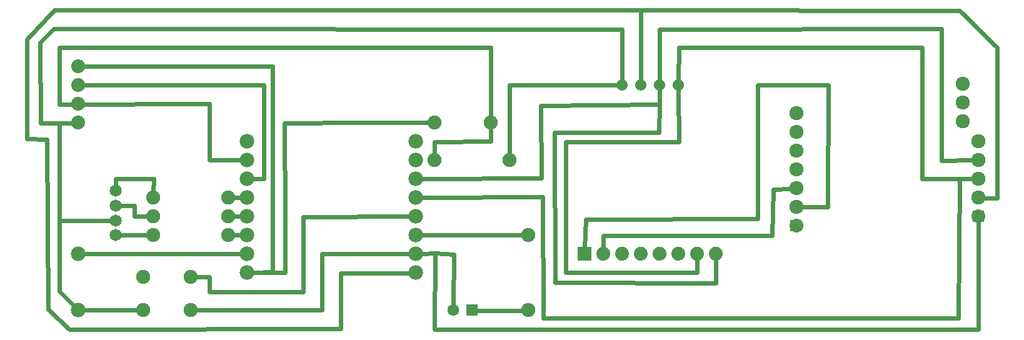
<source format=gbl>
G04 MADE WITH FRITZING*
G04 WWW.FRITZING.ORG*
G04 DOUBLE SIDED*
G04 HOLES PLATED*
G04 CONTOUR ON CENTER OF CONTOUR VECTOR*
%ASAXBY*%
%FSLAX23Y23*%
%MOIN*%
%OFA0B0*%
%SFA1.0B1.0*%
%ADD10C,0.077778*%
%ADD11C,0.073889*%
%ADD12C,0.065000*%
%ADD13C,0.075000*%
%ADD14C,0.078000*%
%ADD15C,0.060194*%
%ADD16C,0.060208*%
%ADD17C,0.075806*%
%ADD18C,0.073486*%
%ADD19C,0.075792*%
%ADD20C,0.074000*%
%ADD21C,0.062992*%
%ADD22R,0.074000X0.074000*%
%ADD23R,0.062992X0.062992*%
%ADD24C,0.024000*%
%ADD25R,0.001000X0.001000*%
%LNCOPPER0*%
G90*
G70*
G54D10*
X1413Y1080D03*
X1413Y980D03*
X1413Y880D03*
X1413Y780D03*
X1413Y680D03*
X1413Y580D03*
X1413Y480D03*
X1413Y380D03*
X2313Y380D03*
X2313Y480D03*
X2313Y580D03*
X2313Y680D03*
X2313Y780D03*
X2313Y880D03*
X2313Y980D03*
X2313Y1080D03*
G54D11*
X513Y1180D03*
X513Y1280D03*
X513Y1380D03*
X513Y1480D03*
G54D12*
X713Y580D03*
X713Y658D03*
X713Y737D03*
X713Y816D03*
G54D13*
X2413Y1180D03*
X2713Y1180D03*
X1113Y180D03*
X858Y180D03*
X1113Y357D03*
X858Y357D03*
G54D14*
X513Y480D03*
G54D13*
X913Y580D03*
X1313Y580D03*
X913Y680D03*
X1313Y680D03*
X913Y780D03*
X1313Y780D03*
X2413Y980D03*
X2813Y980D03*
G54D15*
X3413Y1380D03*
G54D16*
X3513Y1380D03*
G54D15*
X3613Y1380D03*
G54D16*
X3713Y1380D03*
G54D17*
X4341Y1230D03*
X4341Y1130D03*
X4341Y1030D03*
X4341Y930D03*
X4341Y830D03*
X4341Y730D03*
G54D18*
X4341Y630D03*
G54D17*
X5313Y1080D03*
X5313Y980D03*
G54D19*
X5313Y880D03*
G54D17*
X5313Y780D03*
G54D18*
X5313Y680D03*
G54D17*
X5230Y1387D03*
X5230Y1287D03*
X5230Y1187D03*
G54D14*
X513Y180D03*
G54D20*
X3213Y480D03*
X3313Y480D03*
X3413Y480D03*
X3513Y480D03*
X3613Y480D03*
X3713Y480D03*
X3813Y480D03*
X3913Y480D03*
G54D21*
X2612Y180D03*
X2513Y180D03*
G54D13*
X2913Y580D03*
X2913Y180D03*
G54D22*
X3213Y480D03*
G54D23*
X2612Y180D03*
G54D24*
X2012Y1180D02*
X1614Y1179D01*
D02*
X1614Y1179D02*
X1615Y681D01*
D02*
X1615Y681D02*
X1615Y382D01*
D02*
X1615Y382D02*
X1443Y380D01*
D02*
X2385Y1180D02*
X2012Y1180D01*
D02*
X2413Y1077D02*
X2714Y1080D01*
D02*
X2714Y1080D02*
X2713Y1151D01*
D02*
X2413Y1008D02*
X2413Y1077D01*
D02*
X1502Y880D02*
X1443Y880D01*
D02*
X1502Y1380D02*
X1502Y880D01*
D02*
X548Y1380D02*
X1502Y1380D01*
D02*
X829Y180D02*
X544Y180D01*
D02*
X544Y480D02*
X1384Y480D01*
D02*
X413Y280D02*
X413Y658D01*
D02*
X413Y658D02*
X690Y658D01*
D02*
X492Y201D02*
X413Y280D01*
D02*
X1550Y383D02*
X1550Y1480D01*
D02*
X1550Y1480D02*
X548Y1480D01*
D02*
X1443Y380D02*
X1550Y383D01*
D02*
X1213Y980D02*
X1213Y1280D01*
D02*
X1213Y1280D02*
X413Y1278D01*
D02*
X413Y1278D02*
X413Y1581D01*
D02*
X413Y1581D02*
X2713Y1580D01*
D02*
X2713Y1580D02*
X2713Y1208D01*
D02*
X1384Y980D02*
X1213Y980D01*
D02*
X413Y658D02*
X413Y1179D01*
D02*
X413Y1179D02*
X479Y1179D01*
D02*
X690Y658D02*
X413Y658D01*
D02*
X1811Y480D02*
X1811Y181D01*
D02*
X1811Y181D02*
X1142Y180D01*
D02*
X2284Y480D02*
X1811Y480D01*
D02*
X714Y882D02*
X714Y839D01*
D02*
X915Y882D02*
X714Y882D01*
D02*
X914Y808D02*
X915Y882D01*
D02*
X1384Y780D02*
X1342Y780D01*
D02*
X1342Y680D02*
X1384Y680D01*
D02*
X812Y737D02*
X812Y681D01*
D02*
X812Y681D02*
X885Y680D01*
D02*
X737Y737D02*
X812Y737D01*
D02*
X1342Y580D02*
X1384Y580D01*
D02*
X737Y580D02*
X885Y580D01*
D02*
X1714Y679D02*
X1713Y279D01*
D02*
X1713Y279D02*
X1214Y279D01*
D02*
X1214Y279D02*
X1214Y357D01*
D02*
X1214Y357D02*
X1142Y357D01*
D02*
X3613Y1359D02*
X3613Y1279D01*
D02*
X2980Y1271D02*
X2981Y883D01*
D02*
X5205Y139D02*
X2992Y139D01*
D02*
X1714Y679D02*
X2284Y680D01*
D02*
X2814Y1380D02*
X3393Y1380D01*
D02*
X2813Y1008D02*
X2814Y1380D01*
D02*
X346Y1092D02*
X352Y184D01*
D02*
X238Y1625D02*
X238Y1093D01*
D02*
X1913Y378D02*
X2284Y379D01*
D02*
X238Y1093D02*
X346Y1092D01*
D02*
X3513Y1400D02*
X3512Y1781D01*
D02*
X3512Y1781D02*
X387Y1781D01*
D02*
X352Y184D02*
X467Y76D01*
D02*
X387Y1781D02*
X238Y1625D01*
D02*
X314Y1178D02*
X308Y1609D01*
D02*
X381Y1682D02*
X3414Y1679D01*
D02*
X308Y1609D02*
X381Y1682D01*
D02*
X479Y1179D02*
X314Y1178D01*
D02*
X3414Y1679D02*
X3413Y1400D01*
D02*
X3715Y1581D02*
X3714Y1400D01*
D02*
X5115Y1680D02*
X3614Y1679D01*
D02*
X3614Y1679D02*
X3613Y1400D01*
D02*
X5214Y1778D02*
X3512Y1781D01*
D02*
X5414Y779D02*
X5414Y1581D01*
D02*
X3512Y1781D02*
X3513Y1400D01*
D02*
X2412Y79D02*
X5312Y79D01*
D02*
X2416Y483D02*
X2412Y79D01*
D02*
X2343Y481D02*
X2416Y483D01*
D02*
X1913Y81D02*
X1913Y378D01*
D02*
X5115Y979D02*
X5115Y1680D01*
D02*
X467Y76D02*
X1913Y81D01*
D02*
X5278Y980D02*
X5115Y979D01*
D02*
X3613Y1279D02*
X2980Y1271D01*
D02*
X5013Y881D02*
X5013Y1581D01*
D02*
X5214Y881D02*
X5205Y139D01*
D02*
X2992Y139D02*
X2990Y784D01*
D02*
X5011Y881D02*
X5013Y881D01*
D02*
X5013Y1581D02*
X3715Y1581D01*
D02*
X5011Y881D02*
X5214Y881D01*
D02*
X2990Y784D02*
X2343Y780D01*
D02*
X2981Y883D02*
X2343Y880D01*
D02*
X2343Y580D02*
X2885Y580D01*
D02*
X2515Y476D02*
X2514Y206D01*
D02*
X2416Y483D02*
X2515Y476D01*
D02*
X4136Y667D02*
X3219Y664D01*
D02*
X4136Y1382D02*
X4136Y667D01*
D02*
X4514Y1380D02*
X4136Y1382D01*
D02*
X4510Y730D02*
X4514Y1380D01*
D02*
X4218Y825D02*
X4214Y578D01*
D02*
X4214Y578D02*
X3314Y578D01*
D02*
X3219Y664D02*
X3214Y511D01*
D02*
X4377Y730D02*
X4510Y730D01*
D02*
X3314Y578D02*
X3314Y511D01*
D02*
X4306Y828D02*
X4218Y825D01*
D02*
X3113Y1078D02*
X3113Y381D01*
D02*
X3715Y1078D02*
X3113Y1078D01*
D02*
X3113Y381D02*
X3813Y381D01*
D02*
X3813Y381D02*
X3813Y449D01*
D02*
X3714Y1359D02*
X3715Y1078D01*
D02*
X3053Y1126D02*
X3056Y326D01*
D02*
X3610Y1126D02*
X3053Y1126D01*
D02*
X3613Y1279D02*
X3610Y1126D01*
D02*
X3056Y326D02*
X3914Y323D01*
D02*
X3914Y323D02*
X3914Y449D01*
D02*
X3613Y1359D02*
X3613Y1279D01*
D02*
X5414Y1581D02*
X5214Y1778D01*
D02*
X5414Y779D02*
X5349Y779D01*
D02*
X5312Y79D02*
X5313Y646D01*
D02*
X5214Y881D02*
X5278Y880D01*
D02*
X2714Y178D02*
X2885Y179D01*
D02*
X2639Y179D02*
X2714Y178D01*
G54D25*
X5225Y1419D02*
X5232Y1419D01*
X5221Y1418D02*
X5237Y1418D01*
X5218Y1417D02*
X5240Y1417D01*
X5215Y1416D02*
X5242Y1416D01*
X5214Y1415D02*
X5244Y1415D01*
X5212Y1414D02*
X5245Y1414D01*
X5211Y1413D02*
X5247Y1413D01*
X5209Y1412D02*
X5248Y1412D01*
X5208Y1411D02*
X5249Y1411D01*
X3406Y1410D02*
X3419Y1410D01*
X3506Y1410D02*
X3519Y1410D01*
X3606Y1410D02*
X3619Y1410D01*
X3706Y1410D02*
X3719Y1410D01*
X5207Y1410D02*
X5250Y1410D01*
X3403Y1409D02*
X3422Y1409D01*
X3503Y1409D02*
X3522Y1409D01*
X3603Y1409D02*
X3622Y1409D01*
X3703Y1409D02*
X3722Y1409D01*
X5206Y1409D02*
X5251Y1409D01*
X3401Y1408D02*
X3424Y1408D01*
X3501Y1408D02*
X3524Y1408D01*
X3601Y1408D02*
X3624Y1408D01*
X3701Y1408D02*
X3724Y1408D01*
X5205Y1408D02*
X5252Y1408D01*
X3399Y1407D02*
X3426Y1407D01*
X3499Y1407D02*
X3526Y1407D01*
X3599Y1407D02*
X3626Y1407D01*
X3699Y1407D02*
X3726Y1407D01*
X5204Y1407D02*
X5253Y1407D01*
X3397Y1406D02*
X3428Y1406D01*
X3497Y1406D02*
X3528Y1406D01*
X3597Y1406D02*
X3628Y1406D01*
X3697Y1406D02*
X3728Y1406D01*
X5204Y1406D02*
X5223Y1406D01*
X5234Y1406D02*
X5253Y1406D01*
X3395Y1405D02*
X3430Y1405D01*
X3495Y1405D02*
X3530Y1405D01*
X3595Y1405D02*
X3630Y1405D01*
X3695Y1405D02*
X3730Y1405D01*
X5203Y1405D02*
X5220Y1405D01*
X5237Y1405D02*
X5254Y1405D01*
X3394Y1404D02*
X3431Y1404D01*
X3494Y1404D02*
X3531Y1404D01*
X3594Y1404D02*
X3631Y1404D01*
X3694Y1404D02*
X3731Y1404D01*
X5202Y1404D02*
X5218Y1404D01*
X5239Y1404D02*
X5255Y1404D01*
X3393Y1403D02*
X3432Y1403D01*
X3493Y1403D02*
X3532Y1403D01*
X3593Y1403D02*
X3632Y1403D01*
X3693Y1403D02*
X3732Y1403D01*
X5202Y1403D02*
X5217Y1403D01*
X5240Y1403D02*
X5255Y1403D01*
X3392Y1402D02*
X3433Y1402D01*
X3492Y1402D02*
X3533Y1402D01*
X3592Y1402D02*
X3633Y1402D01*
X3692Y1402D02*
X3733Y1402D01*
X5201Y1402D02*
X5216Y1402D01*
X5241Y1402D02*
X5256Y1402D01*
X3391Y1401D02*
X3434Y1401D01*
X3491Y1401D02*
X3534Y1401D01*
X3591Y1401D02*
X3634Y1401D01*
X3691Y1401D02*
X3734Y1401D01*
X5201Y1401D02*
X5215Y1401D01*
X5242Y1401D02*
X5256Y1401D01*
X3390Y1400D02*
X3435Y1400D01*
X3490Y1400D02*
X3535Y1400D01*
X3590Y1400D02*
X3635Y1400D01*
X3690Y1400D02*
X3735Y1400D01*
X5200Y1400D02*
X5214Y1400D01*
X5243Y1400D02*
X5257Y1400D01*
X3389Y1399D02*
X3436Y1399D01*
X3489Y1399D02*
X3536Y1399D01*
X3589Y1399D02*
X3636Y1399D01*
X3689Y1399D02*
X3736Y1399D01*
X5200Y1399D02*
X5213Y1399D01*
X5244Y1399D02*
X5257Y1399D01*
X3388Y1398D02*
X3437Y1398D01*
X3488Y1398D02*
X3537Y1398D01*
X3588Y1398D02*
X3637Y1398D01*
X3688Y1398D02*
X3737Y1398D01*
X5200Y1398D02*
X5212Y1398D01*
X5245Y1398D02*
X5257Y1398D01*
X3388Y1397D02*
X3437Y1397D01*
X3488Y1397D02*
X3537Y1397D01*
X3588Y1397D02*
X3637Y1397D01*
X3688Y1397D02*
X3737Y1397D01*
X5199Y1397D02*
X5212Y1397D01*
X5245Y1397D02*
X5258Y1397D01*
X3387Y1396D02*
X3438Y1396D01*
X3487Y1396D02*
X3538Y1396D01*
X3587Y1396D02*
X3638Y1396D01*
X3687Y1396D02*
X3738Y1396D01*
X5199Y1396D02*
X5211Y1396D01*
X5246Y1396D02*
X5258Y1396D01*
X3387Y1395D02*
X3438Y1395D01*
X3487Y1395D02*
X3538Y1395D01*
X3587Y1395D02*
X3638Y1395D01*
X3687Y1395D02*
X3738Y1395D01*
X5199Y1395D02*
X5211Y1395D01*
X5246Y1395D02*
X5258Y1395D01*
X3386Y1394D02*
X3439Y1394D01*
X3486Y1394D02*
X3539Y1394D01*
X3586Y1394D02*
X3639Y1394D01*
X3686Y1394D02*
X3739Y1394D01*
X5199Y1394D02*
X5211Y1394D01*
X5247Y1394D02*
X5259Y1394D01*
X3386Y1393D02*
X3439Y1393D01*
X3486Y1393D02*
X3539Y1393D01*
X3586Y1393D02*
X3639Y1393D01*
X3686Y1393D02*
X3739Y1393D01*
X5199Y1393D02*
X5210Y1393D01*
X5247Y1393D02*
X5259Y1393D01*
X3385Y1392D02*
X3440Y1392D01*
X3485Y1392D02*
X3540Y1392D01*
X3585Y1392D02*
X3640Y1392D01*
X3685Y1392D02*
X3740Y1392D01*
X5198Y1392D02*
X5210Y1392D01*
X5247Y1392D02*
X5259Y1392D01*
X3385Y1391D02*
X3440Y1391D01*
X3485Y1391D02*
X3540Y1391D01*
X3585Y1391D02*
X3640Y1391D01*
X3685Y1391D02*
X3740Y1391D01*
X5198Y1391D02*
X5210Y1391D01*
X5247Y1391D02*
X5259Y1391D01*
X3385Y1390D02*
X3411Y1390D01*
X3414Y1390D02*
X3440Y1390D01*
X3485Y1390D02*
X3511Y1390D01*
X3514Y1390D02*
X3540Y1390D01*
X3585Y1390D02*
X3611Y1390D01*
X3614Y1390D02*
X3640Y1390D01*
X3685Y1390D02*
X3711Y1390D01*
X3714Y1390D02*
X3740Y1390D01*
X5198Y1390D02*
X5210Y1390D01*
X5247Y1390D02*
X5259Y1390D01*
X3384Y1389D02*
X3408Y1389D01*
X3418Y1389D02*
X3441Y1389D01*
X3484Y1389D02*
X3508Y1389D01*
X3518Y1389D02*
X3541Y1389D01*
X3584Y1389D02*
X3607Y1389D01*
X3618Y1389D02*
X3641Y1389D01*
X3684Y1389D02*
X3707Y1389D01*
X3718Y1389D02*
X3741Y1389D01*
X5198Y1389D02*
X5210Y1389D01*
X5248Y1389D02*
X5259Y1389D01*
X3384Y1388D02*
X3406Y1388D01*
X3419Y1388D02*
X3441Y1388D01*
X3484Y1388D02*
X3506Y1388D01*
X3519Y1388D02*
X3541Y1388D01*
X3584Y1388D02*
X3606Y1388D01*
X3619Y1388D02*
X3641Y1388D01*
X3684Y1388D02*
X3706Y1388D01*
X3719Y1388D02*
X3741Y1388D01*
X5198Y1388D02*
X5210Y1388D01*
X5248Y1388D02*
X5259Y1388D01*
X3384Y1387D02*
X3405Y1387D01*
X3420Y1387D02*
X3441Y1387D01*
X3484Y1387D02*
X3505Y1387D01*
X3520Y1387D02*
X3541Y1387D01*
X3584Y1387D02*
X3605Y1387D01*
X3620Y1387D02*
X3641Y1387D01*
X3684Y1387D02*
X3705Y1387D01*
X3720Y1387D02*
X3741Y1387D01*
X5198Y1387D02*
X5210Y1387D01*
X5247Y1387D02*
X5259Y1387D01*
X3384Y1386D02*
X3404Y1386D01*
X3421Y1386D02*
X3442Y1386D01*
X3483Y1386D02*
X3504Y1386D01*
X3521Y1386D02*
X3542Y1386D01*
X3583Y1386D02*
X3604Y1386D01*
X3621Y1386D02*
X3642Y1386D01*
X3683Y1386D02*
X3704Y1386D01*
X3721Y1386D02*
X3742Y1386D01*
X5198Y1386D02*
X5210Y1386D01*
X5247Y1386D02*
X5259Y1386D01*
X3383Y1385D02*
X3404Y1385D01*
X3421Y1385D02*
X3442Y1385D01*
X3483Y1385D02*
X3504Y1385D01*
X3521Y1385D02*
X3542Y1385D01*
X3583Y1385D02*
X3604Y1385D01*
X3621Y1385D02*
X3642Y1385D01*
X3683Y1385D02*
X3704Y1385D01*
X3721Y1385D02*
X3742Y1385D01*
X5198Y1385D02*
X5210Y1385D01*
X5247Y1385D02*
X5259Y1385D01*
X3383Y1384D02*
X3403Y1384D01*
X3422Y1384D02*
X3442Y1384D01*
X3483Y1384D02*
X3503Y1384D01*
X3522Y1384D02*
X3542Y1384D01*
X3583Y1384D02*
X3603Y1384D01*
X3622Y1384D02*
X3642Y1384D01*
X3683Y1384D02*
X3703Y1384D01*
X3722Y1384D02*
X3742Y1384D01*
X5198Y1384D02*
X5210Y1384D01*
X5247Y1384D02*
X5259Y1384D01*
X3383Y1383D02*
X3403Y1383D01*
X3422Y1383D02*
X3442Y1383D01*
X3483Y1383D02*
X3503Y1383D01*
X3522Y1383D02*
X3542Y1383D01*
X3583Y1383D02*
X3603Y1383D01*
X3622Y1383D02*
X3642Y1383D01*
X3683Y1383D02*
X3703Y1383D01*
X3722Y1383D02*
X3742Y1383D01*
X5199Y1383D02*
X5210Y1383D01*
X5247Y1383D02*
X5259Y1383D01*
X3383Y1382D02*
X3403Y1382D01*
X3422Y1382D02*
X3442Y1382D01*
X3483Y1382D02*
X3503Y1382D01*
X3522Y1382D02*
X3542Y1382D01*
X3583Y1382D02*
X3603Y1382D01*
X3622Y1382D02*
X3642Y1382D01*
X3683Y1382D02*
X3703Y1382D01*
X3722Y1382D02*
X3742Y1382D01*
X5199Y1382D02*
X5211Y1382D01*
X5246Y1382D02*
X5258Y1382D01*
X3383Y1381D02*
X3403Y1381D01*
X3422Y1381D02*
X3442Y1381D01*
X3483Y1381D02*
X3503Y1381D01*
X3522Y1381D02*
X3542Y1381D01*
X3583Y1381D02*
X3603Y1381D01*
X3622Y1381D02*
X3642Y1381D01*
X3683Y1381D02*
X3703Y1381D01*
X3722Y1381D02*
X3742Y1381D01*
X5199Y1381D02*
X5211Y1381D01*
X5246Y1381D02*
X5258Y1381D01*
X3383Y1380D02*
X3403Y1380D01*
X3422Y1380D02*
X3442Y1380D01*
X3483Y1380D02*
X3503Y1380D01*
X3522Y1380D02*
X3542Y1380D01*
X3583Y1380D02*
X3603Y1380D01*
X3622Y1380D02*
X3642Y1380D01*
X3683Y1380D02*
X3703Y1380D01*
X3722Y1380D02*
X3742Y1380D01*
X5199Y1380D02*
X5212Y1380D01*
X5246Y1380D02*
X5258Y1380D01*
X3383Y1379D02*
X3403Y1379D01*
X3422Y1379D02*
X3442Y1379D01*
X3483Y1379D02*
X3503Y1379D01*
X3522Y1379D02*
X3542Y1379D01*
X3583Y1379D02*
X3603Y1379D01*
X3622Y1379D02*
X3642Y1379D01*
X3683Y1379D02*
X3703Y1379D01*
X3722Y1379D02*
X3742Y1379D01*
X5200Y1379D02*
X5212Y1379D01*
X5245Y1379D02*
X5258Y1379D01*
X3383Y1378D02*
X3403Y1378D01*
X3422Y1378D02*
X3442Y1378D01*
X3483Y1378D02*
X3503Y1378D01*
X3522Y1378D02*
X3542Y1378D01*
X3583Y1378D02*
X3603Y1378D01*
X3622Y1378D02*
X3642Y1378D01*
X3683Y1378D02*
X3703Y1378D01*
X3722Y1378D02*
X3742Y1378D01*
X5200Y1378D02*
X5213Y1378D01*
X5244Y1378D02*
X5257Y1378D01*
X3383Y1377D02*
X3403Y1377D01*
X3422Y1377D02*
X3442Y1377D01*
X3483Y1377D02*
X3503Y1377D01*
X3522Y1377D02*
X3542Y1377D01*
X3583Y1377D02*
X3603Y1377D01*
X3622Y1377D02*
X3642Y1377D01*
X3683Y1377D02*
X3703Y1377D01*
X3722Y1377D02*
X3742Y1377D01*
X5200Y1377D02*
X5214Y1377D01*
X5244Y1377D02*
X5257Y1377D01*
X3383Y1376D02*
X3404Y1376D01*
X3421Y1376D02*
X3442Y1376D01*
X3483Y1376D02*
X3504Y1376D01*
X3521Y1376D02*
X3542Y1376D01*
X3583Y1376D02*
X3604Y1376D01*
X3621Y1376D02*
X3642Y1376D01*
X3683Y1376D02*
X3704Y1376D01*
X3721Y1376D02*
X3742Y1376D01*
X5201Y1376D02*
X5214Y1376D01*
X5243Y1376D02*
X5256Y1376D01*
X3384Y1375D02*
X3405Y1375D01*
X3420Y1375D02*
X3441Y1375D01*
X3484Y1375D02*
X3505Y1375D01*
X3520Y1375D02*
X3541Y1375D01*
X3584Y1375D02*
X3605Y1375D01*
X3620Y1375D02*
X3641Y1375D01*
X3684Y1375D02*
X3705Y1375D01*
X3720Y1375D02*
X3741Y1375D01*
X5201Y1375D02*
X5215Y1375D01*
X5242Y1375D02*
X5256Y1375D01*
X3384Y1374D02*
X3406Y1374D01*
X3419Y1374D02*
X3441Y1374D01*
X3484Y1374D02*
X3506Y1374D01*
X3519Y1374D02*
X3541Y1374D01*
X3584Y1374D02*
X3606Y1374D01*
X3619Y1374D02*
X3641Y1374D01*
X3684Y1374D02*
X3706Y1374D01*
X3719Y1374D02*
X3741Y1374D01*
X5202Y1374D02*
X5216Y1374D01*
X5241Y1374D02*
X5256Y1374D01*
X3384Y1373D02*
X3407Y1373D01*
X3418Y1373D02*
X3441Y1373D01*
X3484Y1373D02*
X3507Y1373D01*
X3518Y1373D02*
X3541Y1373D01*
X3584Y1373D02*
X3607Y1373D01*
X3618Y1373D02*
X3641Y1373D01*
X3684Y1373D02*
X3707Y1373D01*
X3718Y1373D02*
X3741Y1373D01*
X5202Y1373D02*
X5218Y1373D01*
X5239Y1373D02*
X5255Y1373D01*
X3384Y1372D02*
X3409Y1372D01*
X3416Y1372D02*
X3441Y1372D01*
X3484Y1372D02*
X3509Y1372D01*
X3516Y1372D02*
X3541Y1372D01*
X3584Y1372D02*
X3609Y1372D01*
X3616Y1372D02*
X3641Y1372D01*
X3684Y1372D02*
X3709Y1372D01*
X3716Y1372D02*
X3741Y1372D01*
X5203Y1372D02*
X5219Y1372D01*
X5238Y1372D02*
X5254Y1372D01*
X3385Y1371D02*
X3440Y1371D01*
X3485Y1371D02*
X3540Y1371D01*
X3585Y1371D02*
X3640Y1371D01*
X3685Y1371D02*
X3740Y1371D01*
X5203Y1371D02*
X5222Y1371D01*
X5236Y1371D02*
X5254Y1371D01*
X3385Y1370D02*
X3440Y1370D01*
X3485Y1370D02*
X3540Y1370D01*
X3585Y1370D02*
X3640Y1370D01*
X3685Y1370D02*
X3740Y1370D01*
X5204Y1370D02*
X5226Y1370D01*
X5231Y1370D02*
X5253Y1370D01*
X3386Y1369D02*
X3440Y1369D01*
X3486Y1369D02*
X3539Y1369D01*
X3586Y1369D02*
X3639Y1369D01*
X3686Y1369D02*
X3739Y1369D01*
X5205Y1369D02*
X5252Y1369D01*
X3386Y1368D02*
X3439Y1368D01*
X3486Y1368D02*
X3539Y1368D01*
X3586Y1368D02*
X3639Y1368D01*
X3686Y1368D02*
X3739Y1368D01*
X5206Y1368D02*
X5251Y1368D01*
X3386Y1367D02*
X3439Y1367D01*
X3486Y1367D02*
X3539Y1367D01*
X3586Y1367D02*
X3639Y1367D01*
X3686Y1367D02*
X3739Y1367D01*
X5207Y1367D02*
X5251Y1367D01*
X3387Y1366D02*
X3438Y1366D01*
X3487Y1366D02*
X3538Y1366D01*
X3587Y1366D02*
X3638Y1366D01*
X3687Y1366D02*
X3738Y1366D01*
X5208Y1366D02*
X5250Y1366D01*
X3388Y1365D02*
X3437Y1365D01*
X3488Y1365D02*
X3537Y1365D01*
X3588Y1365D02*
X3637Y1365D01*
X3688Y1365D02*
X3737Y1365D01*
X5209Y1365D02*
X5248Y1365D01*
X3388Y1364D02*
X3437Y1364D01*
X3488Y1364D02*
X3537Y1364D01*
X3588Y1364D02*
X3637Y1364D01*
X3688Y1364D02*
X3737Y1364D01*
X5210Y1364D02*
X5247Y1364D01*
X3389Y1363D02*
X3436Y1363D01*
X3489Y1363D02*
X3536Y1363D01*
X3589Y1363D02*
X3636Y1363D01*
X3689Y1363D02*
X3736Y1363D01*
X5211Y1363D02*
X5246Y1363D01*
X3390Y1362D02*
X3435Y1362D01*
X3490Y1362D02*
X3535Y1362D01*
X3590Y1362D02*
X3635Y1362D01*
X3690Y1362D02*
X3735Y1362D01*
X5213Y1362D02*
X5244Y1362D01*
X3390Y1361D02*
X3435Y1361D01*
X3490Y1361D02*
X3535Y1361D01*
X3590Y1361D02*
X3635Y1361D01*
X3690Y1361D02*
X3735Y1361D01*
X5214Y1361D02*
X5243Y1361D01*
X3391Y1360D02*
X3434Y1360D01*
X3491Y1360D02*
X3534Y1360D01*
X3591Y1360D02*
X3634Y1360D01*
X3691Y1360D02*
X3734Y1360D01*
X5217Y1360D02*
X5241Y1360D01*
X3392Y1359D02*
X3433Y1359D01*
X3492Y1359D02*
X3533Y1359D01*
X3592Y1359D02*
X3633Y1359D01*
X3692Y1359D02*
X3733Y1359D01*
X5219Y1359D02*
X5238Y1359D01*
X3393Y1358D02*
X3432Y1358D01*
X3493Y1358D02*
X3532Y1358D01*
X3593Y1358D02*
X3632Y1358D01*
X3693Y1358D02*
X3732Y1358D01*
X5223Y1358D02*
X5234Y1358D01*
X3395Y1357D02*
X3430Y1357D01*
X3495Y1357D02*
X3530Y1357D01*
X3595Y1357D02*
X3630Y1357D01*
X3695Y1357D02*
X3730Y1357D01*
X3396Y1356D02*
X3429Y1356D01*
X3496Y1356D02*
X3529Y1356D01*
X3596Y1356D02*
X3629Y1356D01*
X3696Y1356D02*
X3729Y1356D01*
X3398Y1355D02*
X3427Y1355D01*
X3498Y1355D02*
X3527Y1355D01*
X3598Y1355D02*
X3627Y1355D01*
X3698Y1355D02*
X3727Y1355D01*
X3400Y1354D02*
X3425Y1354D01*
X3500Y1354D02*
X3525Y1354D01*
X3600Y1354D02*
X3625Y1354D01*
X3700Y1354D02*
X3725Y1354D01*
X3402Y1353D02*
X3423Y1353D01*
X3502Y1353D02*
X3523Y1353D01*
X3602Y1353D02*
X3623Y1353D01*
X3702Y1353D02*
X3723Y1353D01*
X3405Y1352D02*
X3420Y1352D01*
X3505Y1352D02*
X3520Y1352D01*
X3605Y1352D02*
X3620Y1352D01*
X3705Y1352D02*
X3720Y1352D01*
X3409Y1351D02*
X3416Y1351D01*
X3509Y1351D02*
X3516Y1351D01*
X3609Y1351D02*
X3616Y1351D01*
X3709Y1351D02*
X3716Y1351D01*
X5225Y1319D02*
X5232Y1319D01*
X5220Y1318D02*
X5237Y1318D01*
X5218Y1317D02*
X5240Y1317D01*
X5215Y1316D02*
X5242Y1316D01*
X5213Y1315D02*
X5244Y1315D01*
X5212Y1314D02*
X5245Y1314D01*
X5210Y1313D02*
X5247Y1313D01*
X5209Y1312D02*
X5248Y1312D01*
X5208Y1311D02*
X5249Y1311D01*
X5207Y1310D02*
X5250Y1310D01*
X5206Y1309D02*
X5251Y1309D01*
X5205Y1308D02*
X5252Y1308D01*
X5204Y1307D02*
X5253Y1307D01*
X5204Y1306D02*
X5223Y1306D01*
X5234Y1306D02*
X5253Y1306D01*
X5203Y1305D02*
X5220Y1305D01*
X5237Y1305D02*
X5254Y1305D01*
X5202Y1304D02*
X5218Y1304D01*
X5239Y1304D02*
X5255Y1304D01*
X5202Y1303D02*
X5217Y1303D01*
X5240Y1303D02*
X5255Y1303D01*
X5201Y1302D02*
X5216Y1302D01*
X5241Y1302D02*
X5256Y1302D01*
X5201Y1301D02*
X5215Y1301D01*
X5242Y1301D02*
X5256Y1301D01*
X5200Y1300D02*
X5214Y1300D01*
X5243Y1300D02*
X5257Y1300D01*
X5200Y1299D02*
X5213Y1299D01*
X5244Y1299D02*
X5257Y1299D01*
X5200Y1298D02*
X5212Y1298D01*
X5245Y1298D02*
X5257Y1298D01*
X5199Y1297D02*
X5212Y1297D01*
X5245Y1297D02*
X5258Y1297D01*
X5199Y1296D02*
X5211Y1296D01*
X5246Y1296D02*
X5258Y1296D01*
X5199Y1295D02*
X5211Y1295D01*
X5246Y1295D02*
X5258Y1295D01*
X5199Y1294D02*
X5211Y1294D01*
X5247Y1294D02*
X5258Y1294D01*
X5199Y1293D02*
X5210Y1293D01*
X5247Y1293D02*
X5259Y1293D01*
X5198Y1292D02*
X5210Y1292D01*
X5247Y1292D02*
X5259Y1292D01*
X5198Y1291D02*
X5210Y1291D01*
X5247Y1291D02*
X5259Y1291D01*
X5198Y1290D02*
X5210Y1290D01*
X5247Y1290D02*
X5259Y1290D01*
X5198Y1289D02*
X5210Y1289D01*
X5248Y1289D02*
X5259Y1289D01*
X5198Y1288D02*
X5210Y1288D01*
X5248Y1288D02*
X5259Y1288D01*
X5198Y1287D02*
X5210Y1287D01*
X5247Y1287D02*
X5259Y1287D01*
X5198Y1286D02*
X5210Y1286D01*
X5247Y1286D02*
X5259Y1286D01*
X5198Y1285D02*
X5210Y1285D01*
X5247Y1285D02*
X5259Y1285D01*
X5198Y1284D02*
X5210Y1284D01*
X5247Y1284D02*
X5259Y1284D01*
X5199Y1283D02*
X5210Y1283D01*
X5247Y1283D02*
X5259Y1283D01*
X5199Y1282D02*
X5211Y1282D01*
X5246Y1282D02*
X5258Y1282D01*
X5199Y1281D02*
X5211Y1281D01*
X5246Y1281D02*
X5258Y1281D01*
X5199Y1280D02*
X5212Y1280D01*
X5246Y1280D02*
X5258Y1280D01*
X5200Y1279D02*
X5212Y1279D01*
X5245Y1279D02*
X5258Y1279D01*
X5200Y1278D02*
X5213Y1278D01*
X5244Y1278D02*
X5257Y1278D01*
X5200Y1277D02*
X5214Y1277D01*
X5244Y1277D02*
X5257Y1277D01*
X5201Y1276D02*
X5214Y1276D01*
X5243Y1276D02*
X5256Y1276D01*
X5201Y1275D02*
X5215Y1275D01*
X5242Y1275D02*
X5256Y1275D01*
X5202Y1274D02*
X5216Y1274D01*
X5241Y1274D02*
X5256Y1274D01*
X5202Y1273D02*
X5218Y1273D01*
X5239Y1273D02*
X5255Y1273D01*
X5203Y1272D02*
X5219Y1272D01*
X5238Y1272D02*
X5254Y1272D01*
X5203Y1271D02*
X5222Y1271D01*
X5235Y1271D02*
X5254Y1271D01*
X5204Y1270D02*
X5226Y1270D01*
X5231Y1270D02*
X5253Y1270D01*
X5205Y1269D02*
X5252Y1269D01*
X5206Y1268D02*
X5251Y1268D01*
X5207Y1267D02*
X5250Y1267D01*
X5208Y1266D02*
X5250Y1266D01*
X5209Y1265D02*
X5248Y1265D01*
X5210Y1264D02*
X5247Y1264D01*
X5211Y1263D02*
X5246Y1263D01*
X5213Y1262D02*
X5244Y1262D01*
X4333Y1261D02*
X4347Y1261D01*
X5215Y1261D02*
X5243Y1261D01*
X4330Y1260D02*
X4351Y1260D01*
X5217Y1260D02*
X5241Y1260D01*
X4328Y1259D02*
X4353Y1259D01*
X5219Y1259D02*
X5238Y1259D01*
X4326Y1258D02*
X4355Y1258D01*
X5223Y1258D02*
X5234Y1258D01*
X4324Y1257D02*
X4357Y1257D01*
X4323Y1256D02*
X4358Y1256D01*
X4321Y1255D02*
X4359Y1255D01*
X4320Y1254D02*
X4361Y1254D01*
X4319Y1253D02*
X4362Y1253D01*
X4318Y1252D02*
X4363Y1252D01*
X4317Y1251D02*
X4364Y1251D01*
X4317Y1250D02*
X4364Y1250D01*
X4316Y1249D02*
X4336Y1249D01*
X4345Y1249D02*
X4365Y1249D01*
X4315Y1248D02*
X4333Y1248D01*
X4348Y1248D02*
X4366Y1248D01*
X4314Y1247D02*
X4331Y1247D01*
X4350Y1247D02*
X4366Y1247D01*
X4314Y1246D02*
X4329Y1246D01*
X4352Y1246D02*
X4367Y1246D01*
X4313Y1245D02*
X4328Y1245D01*
X4353Y1245D02*
X4368Y1245D01*
X4313Y1244D02*
X4327Y1244D01*
X4354Y1244D02*
X4368Y1244D01*
X4312Y1243D02*
X4326Y1243D01*
X4355Y1243D02*
X4368Y1243D01*
X4312Y1242D02*
X4325Y1242D01*
X4356Y1242D02*
X4369Y1242D01*
X4312Y1241D02*
X4324Y1241D01*
X4356Y1241D02*
X4369Y1241D01*
X4311Y1240D02*
X4324Y1240D01*
X4357Y1240D02*
X4370Y1240D01*
X4311Y1239D02*
X4323Y1239D01*
X4358Y1239D02*
X4370Y1239D01*
X4311Y1238D02*
X4323Y1238D01*
X4358Y1238D02*
X4370Y1238D01*
X4311Y1237D02*
X4322Y1237D01*
X4358Y1237D02*
X4370Y1237D01*
X4310Y1236D02*
X4322Y1236D01*
X4359Y1236D02*
X4370Y1236D01*
X4310Y1235D02*
X4322Y1235D01*
X4359Y1235D02*
X4371Y1235D01*
X4310Y1234D02*
X4322Y1234D01*
X4359Y1234D02*
X4371Y1234D01*
X4310Y1233D02*
X4322Y1233D01*
X4359Y1233D02*
X4371Y1233D01*
X4310Y1232D02*
X4322Y1232D01*
X4359Y1232D02*
X4371Y1232D01*
X4310Y1231D02*
X4321Y1231D01*
X4359Y1231D02*
X4371Y1231D01*
X4310Y1230D02*
X4322Y1230D01*
X4359Y1230D02*
X4371Y1230D01*
X4310Y1229D02*
X4322Y1229D01*
X4359Y1229D02*
X4371Y1229D01*
X4310Y1228D02*
X4322Y1228D01*
X4359Y1228D02*
X4371Y1228D01*
X4310Y1227D02*
X4322Y1227D01*
X4359Y1227D02*
X4371Y1227D01*
X4310Y1226D02*
X4322Y1226D01*
X4359Y1226D02*
X4370Y1226D01*
X4311Y1225D02*
X4323Y1225D01*
X4358Y1225D02*
X4370Y1225D01*
X4311Y1224D02*
X4323Y1224D01*
X4358Y1224D02*
X4370Y1224D01*
X4311Y1223D02*
X4323Y1223D01*
X4358Y1223D02*
X4370Y1223D01*
X4311Y1222D02*
X4324Y1222D01*
X4357Y1222D02*
X4370Y1222D01*
X4312Y1221D02*
X4324Y1221D01*
X4356Y1221D02*
X4369Y1221D01*
X4312Y1220D02*
X4325Y1220D01*
X4356Y1220D02*
X4369Y1220D01*
X4312Y1219D02*
X4326Y1219D01*
X4355Y1219D02*
X4368Y1219D01*
X5225Y1219D02*
X5232Y1219D01*
X4313Y1218D02*
X4327Y1218D01*
X4354Y1218D02*
X4368Y1218D01*
X5220Y1218D02*
X5237Y1218D01*
X4313Y1217D02*
X4328Y1217D01*
X4353Y1217D02*
X4367Y1217D01*
X5217Y1217D02*
X5240Y1217D01*
X4314Y1216D02*
X4329Y1216D01*
X4352Y1216D02*
X4367Y1216D01*
X5215Y1216D02*
X5242Y1216D01*
X4314Y1215D02*
X4331Y1215D01*
X4350Y1215D02*
X4366Y1215D01*
X5213Y1215D02*
X5244Y1215D01*
X4315Y1214D02*
X4333Y1214D01*
X4348Y1214D02*
X4366Y1214D01*
X5212Y1214D02*
X5245Y1214D01*
X4316Y1213D02*
X4336Y1213D01*
X4345Y1213D02*
X4365Y1213D01*
X5210Y1213D02*
X5247Y1213D01*
X4317Y1212D02*
X4364Y1212D01*
X5209Y1212D02*
X5248Y1212D01*
X4317Y1211D02*
X4364Y1211D01*
X5208Y1211D02*
X5249Y1211D01*
X4318Y1210D02*
X4363Y1210D01*
X5207Y1210D02*
X5250Y1210D01*
X4319Y1209D02*
X4362Y1209D01*
X5206Y1209D02*
X5251Y1209D01*
X4320Y1208D02*
X4361Y1208D01*
X5205Y1208D02*
X5252Y1208D01*
X4321Y1207D02*
X4359Y1207D01*
X5204Y1207D02*
X5253Y1207D01*
X4323Y1206D02*
X4358Y1206D01*
X5204Y1206D02*
X5223Y1206D01*
X5234Y1206D02*
X5253Y1206D01*
X4324Y1205D02*
X4357Y1205D01*
X5203Y1205D02*
X5220Y1205D01*
X5237Y1205D02*
X5254Y1205D01*
X4326Y1204D02*
X4355Y1204D01*
X5202Y1204D02*
X5218Y1204D01*
X5239Y1204D02*
X5255Y1204D01*
X4328Y1203D02*
X4353Y1203D01*
X5202Y1203D02*
X5217Y1203D01*
X5240Y1203D02*
X5255Y1203D01*
X4330Y1202D02*
X4351Y1202D01*
X5201Y1202D02*
X5216Y1202D01*
X5241Y1202D02*
X5256Y1202D01*
X4333Y1201D02*
X4347Y1201D01*
X5201Y1201D02*
X5215Y1201D01*
X5243Y1201D02*
X5256Y1201D01*
X5200Y1200D02*
X5214Y1200D01*
X5243Y1200D02*
X5257Y1200D01*
X5200Y1199D02*
X5213Y1199D01*
X5244Y1199D02*
X5257Y1199D01*
X5200Y1198D02*
X5212Y1198D01*
X5245Y1198D02*
X5257Y1198D01*
X5199Y1197D02*
X5212Y1197D01*
X5245Y1197D02*
X5258Y1197D01*
X5199Y1196D02*
X5211Y1196D01*
X5246Y1196D02*
X5258Y1196D01*
X5199Y1195D02*
X5211Y1195D01*
X5246Y1195D02*
X5258Y1195D01*
X5199Y1194D02*
X5211Y1194D01*
X5247Y1194D02*
X5258Y1194D01*
X5199Y1193D02*
X5210Y1193D01*
X5247Y1193D02*
X5259Y1193D01*
X5198Y1192D02*
X5210Y1192D01*
X5247Y1192D02*
X5259Y1192D01*
X5198Y1191D02*
X5210Y1191D01*
X5247Y1191D02*
X5259Y1191D01*
X5198Y1190D02*
X5210Y1190D01*
X5247Y1190D02*
X5259Y1190D01*
X5198Y1189D02*
X5210Y1189D01*
X5248Y1189D02*
X5259Y1189D01*
X5198Y1188D02*
X5210Y1188D01*
X5248Y1188D02*
X5259Y1188D01*
X5198Y1187D02*
X5210Y1187D01*
X5247Y1187D02*
X5259Y1187D01*
X5198Y1186D02*
X5210Y1186D01*
X5247Y1186D02*
X5259Y1186D01*
X5198Y1185D02*
X5210Y1185D01*
X5247Y1185D02*
X5259Y1185D01*
X5198Y1184D02*
X5210Y1184D01*
X5247Y1184D02*
X5259Y1184D01*
X5199Y1183D02*
X5210Y1183D01*
X5247Y1183D02*
X5259Y1183D01*
X5199Y1182D02*
X5211Y1182D01*
X5246Y1182D02*
X5258Y1182D01*
X5199Y1181D02*
X5211Y1181D01*
X5246Y1181D02*
X5258Y1181D01*
X5199Y1180D02*
X5212Y1180D01*
X5246Y1180D02*
X5258Y1180D01*
X5200Y1179D02*
X5212Y1179D01*
X5245Y1179D02*
X5258Y1179D01*
X5200Y1178D02*
X5213Y1178D01*
X5244Y1178D02*
X5257Y1178D01*
X5200Y1177D02*
X5214Y1177D01*
X5244Y1177D02*
X5257Y1177D01*
X5201Y1176D02*
X5214Y1176D01*
X5243Y1176D02*
X5256Y1176D01*
X5201Y1175D02*
X5215Y1175D01*
X5242Y1175D02*
X5256Y1175D01*
X5202Y1174D02*
X5216Y1174D01*
X5241Y1174D02*
X5256Y1174D01*
X5202Y1173D02*
X5218Y1173D01*
X5239Y1173D02*
X5255Y1173D01*
X5203Y1172D02*
X5220Y1172D01*
X5238Y1172D02*
X5254Y1172D01*
X5203Y1171D02*
X5222Y1171D01*
X5235Y1171D02*
X5254Y1171D01*
X5204Y1170D02*
X5226Y1170D01*
X5231Y1170D02*
X5253Y1170D01*
X5205Y1169D02*
X5252Y1169D01*
X5206Y1168D02*
X5251Y1168D01*
X5207Y1167D02*
X5250Y1167D01*
X5208Y1166D02*
X5249Y1166D01*
X5209Y1165D02*
X5248Y1165D01*
X5210Y1164D02*
X5247Y1164D01*
X5211Y1163D02*
X5246Y1163D01*
X5213Y1162D02*
X5244Y1162D01*
X4333Y1161D02*
X4348Y1161D01*
X5215Y1161D02*
X5243Y1161D01*
X4330Y1160D02*
X4351Y1160D01*
X5217Y1160D02*
X5241Y1160D01*
X4328Y1159D02*
X4353Y1159D01*
X5219Y1159D02*
X5238Y1159D01*
X4326Y1158D02*
X4355Y1158D01*
X5223Y1158D02*
X5234Y1158D01*
X4324Y1157D02*
X4357Y1157D01*
X4323Y1156D02*
X4358Y1156D01*
X4321Y1155D02*
X4360Y1155D01*
X4320Y1154D02*
X4361Y1154D01*
X4319Y1153D02*
X4362Y1153D01*
X4318Y1152D02*
X4363Y1152D01*
X4317Y1151D02*
X4364Y1151D01*
X4316Y1150D02*
X4364Y1150D01*
X4316Y1149D02*
X4336Y1149D01*
X4345Y1149D02*
X4365Y1149D01*
X4315Y1148D02*
X4333Y1148D01*
X4348Y1148D02*
X4366Y1148D01*
X4314Y1147D02*
X4331Y1147D01*
X4350Y1147D02*
X4366Y1147D01*
X4314Y1146D02*
X4329Y1146D01*
X4352Y1146D02*
X4367Y1146D01*
X4313Y1145D02*
X4328Y1145D01*
X4353Y1145D02*
X4368Y1145D01*
X4313Y1144D02*
X4327Y1144D01*
X4354Y1144D02*
X4368Y1144D01*
X4312Y1143D02*
X4326Y1143D01*
X4355Y1143D02*
X4368Y1143D01*
X4312Y1142D02*
X4325Y1142D01*
X4356Y1142D02*
X4369Y1142D01*
X4312Y1141D02*
X4324Y1141D01*
X4356Y1141D02*
X4369Y1141D01*
X4311Y1140D02*
X4324Y1140D01*
X4357Y1140D02*
X4370Y1140D01*
X4311Y1139D02*
X4323Y1139D01*
X4358Y1139D02*
X4370Y1139D01*
X4311Y1138D02*
X4323Y1138D01*
X4358Y1138D02*
X4370Y1138D01*
X4311Y1137D02*
X4322Y1137D01*
X4358Y1137D02*
X4370Y1137D01*
X4310Y1136D02*
X4322Y1136D01*
X4359Y1136D02*
X4370Y1136D01*
X4310Y1135D02*
X4322Y1135D01*
X4359Y1135D02*
X4371Y1135D01*
X4310Y1134D02*
X4322Y1134D01*
X4359Y1134D02*
X4371Y1134D01*
X4310Y1133D02*
X4322Y1133D01*
X4359Y1133D02*
X4371Y1133D01*
X4310Y1132D02*
X4322Y1132D01*
X4359Y1132D02*
X4371Y1132D01*
X4310Y1131D02*
X4321Y1131D01*
X4359Y1131D02*
X4371Y1131D01*
X4310Y1130D02*
X4322Y1130D01*
X4359Y1130D02*
X4371Y1130D01*
X4310Y1129D02*
X4322Y1129D01*
X4359Y1129D02*
X4371Y1129D01*
X4310Y1128D02*
X4322Y1128D01*
X4359Y1128D02*
X4371Y1128D01*
X4310Y1127D02*
X4322Y1127D01*
X4359Y1127D02*
X4371Y1127D01*
X4310Y1126D02*
X4322Y1126D01*
X4359Y1126D02*
X4370Y1126D01*
X4311Y1125D02*
X4323Y1125D01*
X4358Y1125D02*
X4370Y1125D01*
X4311Y1124D02*
X4323Y1124D01*
X4358Y1124D02*
X4370Y1124D01*
X4311Y1123D02*
X4323Y1123D01*
X4358Y1123D02*
X4370Y1123D01*
X4311Y1122D02*
X4324Y1122D01*
X4357Y1122D02*
X4370Y1122D01*
X4312Y1121D02*
X4324Y1121D01*
X4356Y1121D02*
X4369Y1121D01*
X4312Y1120D02*
X4325Y1120D01*
X4356Y1120D02*
X4369Y1120D01*
X4312Y1119D02*
X4326Y1119D01*
X4355Y1119D02*
X4368Y1119D01*
X4313Y1118D02*
X4327Y1118D01*
X4354Y1118D02*
X4368Y1118D01*
X4313Y1117D02*
X4328Y1117D01*
X4353Y1117D02*
X4367Y1117D01*
X4314Y1116D02*
X4329Y1116D01*
X4352Y1116D02*
X4367Y1116D01*
X4314Y1115D02*
X4331Y1115D01*
X4350Y1115D02*
X4366Y1115D01*
X4315Y1114D02*
X4333Y1114D01*
X4348Y1114D02*
X4366Y1114D01*
X4316Y1113D02*
X4336Y1113D01*
X4345Y1113D02*
X4365Y1113D01*
X4317Y1112D02*
X4364Y1112D01*
X4317Y1111D02*
X4363Y1111D01*
X5306Y1111D02*
X5319Y1111D01*
X4318Y1110D02*
X4363Y1110D01*
X5302Y1110D02*
X5322Y1110D01*
X4319Y1109D02*
X4362Y1109D01*
X5300Y1109D02*
X5325Y1109D01*
X4320Y1108D02*
X4361Y1108D01*
X5298Y1108D02*
X5327Y1108D01*
X4321Y1107D02*
X4359Y1107D01*
X5296Y1107D02*
X5328Y1107D01*
X4323Y1106D02*
X4358Y1106D01*
X5295Y1106D02*
X5330Y1106D01*
X4324Y1105D02*
X4357Y1105D01*
X5293Y1105D02*
X5331Y1105D01*
X4326Y1104D02*
X4355Y1104D01*
X5292Y1104D02*
X5332Y1104D01*
X4328Y1103D02*
X4353Y1103D01*
X5291Y1103D02*
X5333Y1103D01*
X4330Y1102D02*
X4351Y1102D01*
X5290Y1102D02*
X5334Y1102D01*
X4334Y1101D02*
X4347Y1101D01*
X5289Y1101D02*
X5335Y1101D01*
X5289Y1100D02*
X5336Y1100D01*
X5288Y1099D02*
X5308Y1099D01*
X5316Y1099D02*
X5337Y1099D01*
X5287Y1098D02*
X5305Y1098D01*
X5320Y1098D02*
X5338Y1098D01*
X5286Y1097D02*
X5303Y1097D01*
X5322Y1097D02*
X5338Y1097D01*
X5286Y1096D02*
X5301Y1096D01*
X5323Y1096D02*
X5339Y1096D01*
X5285Y1095D02*
X5300Y1095D01*
X5325Y1095D02*
X5339Y1095D01*
X5285Y1094D02*
X5299Y1094D01*
X5326Y1094D02*
X5340Y1094D01*
X5284Y1093D02*
X5298Y1093D01*
X5327Y1093D02*
X5340Y1093D01*
X5284Y1092D02*
X5297Y1092D01*
X5327Y1092D02*
X5341Y1092D01*
X5284Y1091D02*
X5296Y1091D01*
X5328Y1091D02*
X5341Y1091D01*
X5283Y1090D02*
X5296Y1090D01*
X5329Y1090D02*
X5341Y1090D01*
X5283Y1089D02*
X5295Y1089D01*
X5329Y1089D02*
X5342Y1089D01*
X5283Y1088D02*
X5295Y1088D01*
X5330Y1088D02*
X5342Y1088D01*
X5282Y1087D02*
X5294Y1087D01*
X5330Y1087D02*
X5342Y1087D01*
X5282Y1086D02*
X5294Y1086D01*
X5331Y1086D02*
X5342Y1086D01*
X5282Y1085D02*
X5294Y1085D01*
X5331Y1085D02*
X5342Y1085D01*
X5282Y1084D02*
X5294Y1084D01*
X5331Y1084D02*
X5343Y1084D01*
X5282Y1083D02*
X5294Y1083D01*
X5331Y1083D02*
X5343Y1083D01*
X5282Y1082D02*
X5293Y1082D01*
X5331Y1082D02*
X5343Y1082D01*
X5282Y1081D02*
X5293Y1081D01*
X5331Y1081D02*
X5343Y1081D01*
X5282Y1080D02*
X5293Y1080D01*
X5331Y1080D02*
X5343Y1080D01*
X5282Y1079D02*
X5293Y1079D01*
X5331Y1079D02*
X5343Y1079D01*
X5282Y1078D02*
X5294Y1078D01*
X5331Y1078D02*
X5343Y1078D01*
X5282Y1077D02*
X5294Y1077D01*
X5331Y1077D02*
X5343Y1077D01*
X5282Y1076D02*
X5294Y1076D01*
X5331Y1076D02*
X5342Y1076D01*
X5282Y1075D02*
X5294Y1075D01*
X5330Y1075D02*
X5342Y1075D01*
X5283Y1074D02*
X5295Y1074D01*
X5330Y1074D02*
X5342Y1074D01*
X5283Y1073D02*
X5295Y1073D01*
X5330Y1073D02*
X5342Y1073D01*
X5283Y1072D02*
X5296Y1072D01*
X5329Y1072D02*
X5341Y1072D01*
X5283Y1071D02*
X5296Y1071D01*
X5328Y1071D02*
X5341Y1071D01*
X5284Y1070D02*
X5297Y1070D01*
X5328Y1070D02*
X5341Y1070D01*
X5284Y1069D02*
X5298Y1069D01*
X5327Y1069D02*
X5340Y1069D01*
X5285Y1068D02*
X5299Y1068D01*
X5326Y1068D02*
X5340Y1068D01*
X5285Y1067D02*
X5300Y1067D01*
X5325Y1067D02*
X5339Y1067D01*
X5286Y1066D02*
X5301Y1066D01*
X5324Y1066D02*
X5339Y1066D01*
X5286Y1065D02*
X5302Y1065D01*
X5322Y1065D02*
X5338Y1065D01*
X5287Y1064D02*
X5304Y1064D01*
X5320Y1064D02*
X5338Y1064D01*
X5288Y1063D02*
X5307Y1063D01*
X5317Y1063D02*
X5337Y1063D01*
X5288Y1062D02*
X5336Y1062D01*
X4333Y1061D02*
X4348Y1061D01*
X5289Y1061D02*
X5336Y1061D01*
X4330Y1060D02*
X4351Y1060D01*
X5290Y1060D02*
X5335Y1060D01*
X4328Y1059D02*
X4353Y1059D01*
X5291Y1059D02*
X5334Y1059D01*
X4326Y1058D02*
X4355Y1058D01*
X5292Y1058D02*
X5333Y1058D01*
X4324Y1057D02*
X4357Y1057D01*
X5293Y1057D02*
X5332Y1057D01*
X4323Y1056D02*
X4358Y1056D01*
X5294Y1056D02*
X5330Y1056D01*
X4321Y1055D02*
X4360Y1055D01*
X5296Y1055D02*
X5329Y1055D01*
X4320Y1054D02*
X4361Y1054D01*
X5297Y1054D02*
X5327Y1054D01*
X4319Y1053D02*
X4362Y1053D01*
X5299Y1053D02*
X5325Y1053D01*
X4318Y1052D02*
X4363Y1052D01*
X5302Y1052D02*
X5323Y1052D01*
X4317Y1051D02*
X4364Y1051D01*
X5305Y1051D02*
X5320Y1051D01*
X4316Y1050D02*
X4364Y1050D01*
X5311Y1050D02*
X5314Y1050D01*
X4316Y1049D02*
X4336Y1049D01*
X4345Y1049D02*
X4365Y1049D01*
X4315Y1048D02*
X4333Y1048D01*
X4348Y1048D02*
X4366Y1048D01*
X4314Y1047D02*
X4331Y1047D01*
X4350Y1047D02*
X4366Y1047D01*
X4314Y1046D02*
X4329Y1046D01*
X4352Y1046D02*
X4367Y1046D01*
X4313Y1045D02*
X4328Y1045D01*
X4353Y1045D02*
X4368Y1045D01*
X4313Y1044D02*
X4327Y1044D01*
X4354Y1044D02*
X4368Y1044D01*
X4312Y1043D02*
X4326Y1043D01*
X4355Y1043D02*
X4368Y1043D01*
X4312Y1042D02*
X4325Y1042D01*
X4356Y1042D02*
X4369Y1042D01*
X4312Y1041D02*
X4324Y1041D01*
X4356Y1041D02*
X4369Y1041D01*
X4311Y1040D02*
X4324Y1040D01*
X4357Y1040D02*
X4370Y1040D01*
X4311Y1039D02*
X4323Y1039D01*
X4358Y1039D02*
X4370Y1039D01*
X4311Y1038D02*
X4323Y1038D01*
X4358Y1038D02*
X4370Y1038D01*
X4311Y1037D02*
X4322Y1037D01*
X4358Y1037D02*
X4370Y1037D01*
X4310Y1036D02*
X4322Y1036D01*
X4359Y1036D02*
X4370Y1036D01*
X4310Y1035D02*
X4322Y1035D01*
X4359Y1035D02*
X4371Y1035D01*
X4310Y1034D02*
X4322Y1034D01*
X4359Y1034D02*
X4371Y1034D01*
X4310Y1033D02*
X4322Y1033D01*
X4359Y1033D02*
X4371Y1033D01*
X4310Y1032D02*
X4322Y1032D01*
X4359Y1032D02*
X4371Y1032D01*
X4310Y1031D02*
X4321Y1031D01*
X4359Y1031D02*
X4371Y1031D01*
X4310Y1030D02*
X4322Y1030D01*
X4359Y1030D02*
X4371Y1030D01*
X4310Y1029D02*
X4322Y1029D01*
X4359Y1029D02*
X4371Y1029D01*
X4310Y1028D02*
X4322Y1028D01*
X4359Y1028D02*
X4371Y1028D01*
X4310Y1027D02*
X4322Y1027D01*
X4359Y1027D02*
X4371Y1027D01*
X4310Y1026D02*
X4322Y1026D01*
X4359Y1026D02*
X4370Y1026D01*
X4311Y1025D02*
X4323Y1025D01*
X4358Y1025D02*
X4370Y1025D01*
X4311Y1024D02*
X4323Y1024D01*
X4358Y1024D02*
X4370Y1024D01*
X4311Y1023D02*
X4323Y1023D01*
X4358Y1023D02*
X4370Y1023D01*
X4311Y1022D02*
X4324Y1022D01*
X4357Y1022D02*
X4370Y1022D01*
X4312Y1021D02*
X4324Y1021D01*
X4356Y1021D02*
X4369Y1021D01*
X4312Y1020D02*
X4325Y1020D01*
X4356Y1020D02*
X4369Y1020D01*
X4312Y1019D02*
X4326Y1019D01*
X4355Y1019D02*
X4368Y1019D01*
X4313Y1018D02*
X4327Y1018D01*
X4354Y1018D02*
X4368Y1018D01*
X4313Y1017D02*
X4328Y1017D01*
X4353Y1017D02*
X4367Y1017D01*
X4314Y1016D02*
X4329Y1016D01*
X4352Y1016D02*
X4367Y1016D01*
X4314Y1015D02*
X4331Y1015D01*
X4350Y1015D02*
X4366Y1015D01*
X4315Y1014D02*
X4333Y1014D01*
X4348Y1014D02*
X4366Y1014D01*
X4316Y1013D02*
X4336Y1013D01*
X4345Y1013D02*
X4365Y1013D01*
X4317Y1012D02*
X4364Y1012D01*
X4317Y1011D02*
X4363Y1011D01*
X5306Y1011D02*
X5319Y1011D01*
X4318Y1010D02*
X4363Y1010D01*
X5302Y1010D02*
X5322Y1010D01*
X4319Y1009D02*
X4362Y1009D01*
X5300Y1009D02*
X5325Y1009D01*
X4320Y1008D02*
X4361Y1008D01*
X5298Y1008D02*
X5327Y1008D01*
X4321Y1007D02*
X4359Y1007D01*
X5296Y1007D02*
X5328Y1007D01*
X4323Y1006D02*
X4358Y1006D01*
X5295Y1006D02*
X5330Y1006D01*
X4324Y1005D02*
X4357Y1005D01*
X5293Y1005D02*
X5331Y1005D01*
X4326Y1004D02*
X4355Y1004D01*
X5292Y1004D02*
X5332Y1004D01*
X4328Y1003D02*
X4353Y1003D01*
X5291Y1003D02*
X5333Y1003D01*
X4330Y1002D02*
X4350Y1002D01*
X5290Y1002D02*
X5334Y1002D01*
X4334Y1001D02*
X4347Y1001D01*
X5289Y1001D02*
X5335Y1001D01*
X5289Y1000D02*
X5336Y1000D01*
X5288Y999D02*
X5308Y999D01*
X5316Y999D02*
X5337Y999D01*
X5287Y998D02*
X5305Y998D01*
X5320Y998D02*
X5338Y998D01*
X5286Y997D02*
X5303Y997D01*
X5322Y997D02*
X5338Y997D01*
X5286Y996D02*
X5301Y996D01*
X5323Y996D02*
X5339Y996D01*
X5285Y995D02*
X5300Y995D01*
X5325Y995D02*
X5339Y995D01*
X5285Y994D02*
X5299Y994D01*
X5326Y994D02*
X5340Y994D01*
X5284Y993D02*
X5298Y993D01*
X5327Y993D02*
X5340Y993D01*
X5284Y992D02*
X5297Y992D01*
X5328Y992D02*
X5341Y992D01*
X5284Y991D02*
X5296Y991D01*
X5328Y991D02*
X5341Y991D01*
X5283Y990D02*
X5296Y990D01*
X5329Y990D02*
X5341Y990D01*
X5283Y989D02*
X5295Y989D01*
X5329Y989D02*
X5342Y989D01*
X5283Y988D02*
X5295Y988D01*
X5330Y988D02*
X5342Y988D01*
X5282Y987D02*
X5294Y987D01*
X5330Y987D02*
X5342Y987D01*
X5282Y986D02*
X5294Y986D01*
X5331Y986D02*
X5342Y986D01*
X5282Y985D02*
X5294Y985D01*
X5331Y985D02*
X5342Y985D01*
X5282Y984D02*
X5294Y984D01*
X5331Y984D02*
X5343Y984D01*
X5282Y983D02*
X5294Y983D01*
X5331Y983D02*
X5343Y983D01*
X5282Y982D02*
X5293Y982D01*
X5331Y982D02*
X5343Y982D01*
X5282Y981D02*
X5293Y981D01*
X5331Y981D02*
X5343Y981D01*
X5282Y980D02*
X5293Y980D01*
X5331Y980D02*
X5343Y980D01*
X5282Y979D02*
X5294Y979D01*
X5331Y979D02*
X5343Y979D01*
X5282Y978D02*
X5294Y978D01*
X5331Y978D02*
X5343Y978D01*
X5282Y977D02*
X5294Y977D01*
X5331Y977D02*
X5343Y977D01*
X5282Y976D02*
X5294Y976D01*
X5331Y976D02*
X5342Y976D01*
X5282Y975D02*
X5294Y975D01*
X5330Y975D02*
X5342Y975D01*
X5283Y974D02*
X5295Y974D01*
X5330Y974D02*
X5342Y974D01*
X5283Y973D02*
X5295Y973D01*
X5330Y973D02*
X5342Y973D01*
X5283Y972D02*
X5296Y972D01*
X5329Y972D02*
X5341Y972D01*
X5283Y971D02*
X5296Y971D01*
X5328Y971D02*
X5341Y971D01*
X5284Y970D02*
X5297Y970D01*
X5328Y970D02*
X5341Y970D01*
X5284Y969D02*
X5298Y969D01*
X5327Y969D02*
X5340Y969D01*
X5285Y968D02*
X5299Y968D01*
X5326Y968D02*
X5340Y968D01*
X5285Y967D02*
X5300Y967D01*
X5325Y967D02*
X5339Y967D01*
X5286Y966D02*
X5301Y966D01*
X5324Y966D02*
X5339Y966D01*
X5286Y965D02*
X5302Y965D01*
X5322Y965D02*
X5338Y965D01*
X5287Y964D02*
X5304Y964D01*
X5320Y964D02*
X5338Y964D01*
X5288Y963D02*
X5307Y963D01*
X5317Y963D02*
X5337Y963D01*
X4340Y962D02*
X4341Y962D01*
X5288Y962D02*
X5336Y962D01*
X4333Y961D02*
X4348Y961D01*
X5289Y961D02*
X5336Y961D01*
X4330Y960D02*
X4351Y960D01*
X5290Y960D02*
X5335Y960D01*
X4328Y959D02*
X4353Y959D01*
X5291Y959D02*
X5334Y959D01*
X4326Y958D02*
X4355Y958D01*
X5292Y958D02*
X5333Y958D01*
X4324Y957D02*
X4357Y957D01*
X5293Y957D02*
X5331Y957D01*
X4323Y956D02*
X4358Y956D01*
X5294Y956D02*
X5330Y956D01*
X4321Y955D02*
X4360Y955D01*
X5296Y955D02*
X5329Y955D01*
X4320Y954D02*
X4361Y954D01*
X5297Y954D02*
X5327Y954D01*
X4319Y953D02*
X4362Y953D01*
X5299Y953D02*
X5325Y953D01*
X4318Y952D02*
X4363Y952D01*
X5302Y952D02*
X5323Y952D01*
X4317Y951D02*
X4364Y951D01*
X5305Y951D02*
X5320Y951D01*
X4316Y950D02*
X4364Y950D01*
X5311Y950D02*
X5313Y950D01*
X4316Y949D02*
X4336Y949D01*
X4345Y949D02*
X4365Y949D01*
X4315Y948D02*
X4333Y948D01*
X4348Y948D02*
X4366Y948D01*
X4314Y947D02*
X4331Y947D01*
X4350Y947D02*
X4366Y947D01*
X4314Y946D02*
X4329Y946D01*
X4352Y946D02*
X4367Y946D01*
X4313Y945D02*
X4328Y945D01*
X4353Y945D02*
X4368Y945D01*
X4313Y944D02*
X4327Y944D01*
X4354Y944D02*
X4368Y944D01*
X4312Y943D02*
X4326Y943D01*
X4355Y943D02*
X4368Y943D01*
X4312Y942D02*
X4325Y942D01*
X4356Y942D02*
X4369Y942D01*
X4312Y941D02*
X4324Y941D01*
X4357Y941D02*
X4369Y941D01*
X4311Y940D02*
X4324Y940D01*
X4357Y940D02*
X4370Y940D01*
X4311Y939D02*
X4323Y939D01*
X4358Y939D02*
X4370Y939D01*
X4311Y938D02*
X4323Y938D01*
X4358Y938D02*
X4370Y938D01*
X4311Y937D02*
X4322Y937D01*
X4358Y937D02*
X4370Y937D01*
X4310Y936D02*
X4322Y936D01*
X4359Y936D02*
X4370Y936D01*
X4310Y935D02*
X4322Y935D01*
X4359Y935D02*
X4371Y935D01*
X4310Y934D02*
X4322Y934D01*
X4359Y934D02*
X4371Y934D01*
X4310Y933D02*
X4322Y933D01*
X4359Y933D02*
X4371Y933D01*
X4310Y932D02*
X4322Y932D01*
X4359Y932D02*
X4371Y932D01*
X4310Y931D02*
X4321Y931D01*
X4359Y931D02*
X4371Y931D01*
X4310Y930D02*
X4322Y930D01*
X4359Y930D02*
X4371Y930D01*
X4310Y929D02*
X4322Y929D01*
X4359Y929D02*
X4371Y929D01*
X4310Y928D02*
X4322Y928D01*
X4359Y928D02*
X4371Y928D01*
X4310Y927D02*
X4322Y927D01*
X4359Y927D02*
X4371Y927D01*
X4310Y926D02*
X4322Y926D01*
X4359Y926D02*
X4370Y926D01*
X4311Y925D02*
X4323Y925D01*
X4358Y925D02*
X4370Y925D01*
X4311Y924D02*
X4323Y924D01*
X4358Y924D02*
X4370Y924D01*
X4311Y923D02*
X4323Y923D01*
X4358Y923D02*
X4370Y923D01*
X4311Y922D02*
X4324Y922D01*
X4357Y922D02*
X4370Y922D01*
X4312Y921D02*
X4324Y921D01*
X4356Y921D02*
X4369Y921D01*
X4312Y920D02*
X4325Y920D01*
X4356Y920D02*
X4369Y920D01*
X4312Y919D02*
X4326Y919D01*
X4355Y919D02*
X4368Y919D01*
X4313Y918D02*
X4327Y918D01*
X4354Y918D02*
X4368Y918D01*
X4313Y917D02*
X4328Y917D01*
X4353Y917D02*
X4367Y917D01*
X4314Y916D02*
X4329Y916D01*
X4352Y916D02*
X4367Y916D01*
X4315Y915D02*
X4331Y915D01*
X4350Y915D02*
X4366Y915D01*
X4315Y914D02*
X4333Y914D01*
X4348Y914D02*
X4366Y914D01*
X4316Y913D02*
X4336Y913D01*
X4345Y913D02*
X4365Y913D01*
X4317Y912D02*
X4364Y912D01*
X4317Y911D02*
X4363Y911D01*
X5306Y911D02*
X5319Y911D01*
X4318Y910D02*
X4363Y910D01*
X5302Y910D02*
X5322Y910D01*
X4319Y909D02*
X4362Y909D01*
X5300Y909D02*
X5325Y909D01*
X4320Y908D02*
X4360Y908D01*
X5298Y908D02*
X5327Y908D01*
X4322Y907D02*
X4359Y907D01*
X5296Y907D02*
X5328Y907D01*
X4323Y906D02*
X4358Y906D01*
X5295Y906D02*
X5330Y906D01*
X4324Y905D02*
X4357Y905D01*
X5293Y905D02*
X5331Y905D01*
X4326Y904D02*
X4355Y904D01*
X5292Y904D02*
X5332Y904D01*
X4328Y903D02*
X4353Y903D01*
X5291Y903D02*
X5333Y903D01*
X4330Y902D02*
X4350Y902D01*
X5290Y902D02*
X5334Y902D01*
X4334Y901D02*
X4347Y901D01*
X5289Y901D02*
X5335Y901D01*
X5288Y900D02*
X5336Y900D01*
X5288Y899D02*
X5308Y899D01*
X5317Y899D02*
X5337Y899D01*
X5287Y898D02*
X5305Y898D01*
X5320Y898D02*
X5338Y898D01*
X5286Y897D02*
X5303Y897D01*
X5322Y897D02*
X5338Y897D01*
X5286Y896D02*
X5301Y896D01*
X5323Y896D02*
X5339Y896D01*
X5285Y895D02*
X5300Y895D01*
X5325Y895D02*
X5339Y895D01*
X5285Y894D02*
X5299Y894D01*
X5326Y894D02*
X5340Y894D01*
X5284Y893D02*
X5298Y893D01*
X5327Y893D02*
X5340Y893D01*
X5284Y892D02*
X5297Y892D01*
X5328Y892D02*
X5341Y892D01*
X5284Y891D02*
X5296Y891D01*
X5328Y891D02*
X5341Y891D01*
X5283Y890D02*
X5296Y890D01*
X5329Y890D02*
X5341Y890D01*
X5283Y889D02*
X5295Y889D01*
X5329Y889D02*
X5342Y889D01*
X5283Y888D02*
X5295Y888D01*
X5330Y888D02*
X5342Y888D01*
X5282Y887D02*
X5294Y887D01*
X5330Y887D02*
X5342Y887D01*
X5282Y886D02*
X5294Y886D01*
X5331Y886D02*
X5342Y886D01*
X5282Y885D02*
X5294Y885D01*
X5331Y885D02*
X5342Y885D01*
X5282Y884D02*
X5294Y884D01*
X5331Y884D02*
X5343Y884D01*
X5282Y883D02*
X5294Y883D01*
X5331Y883D02*
X5343Y883D01*
X5282Y882D02*
X5293Y882D01*
X5331Y882D02*
X5343Y882D01*
X5282Y881D02*
X5293Y881D01*
X5331Y881D02*
X5343Y881D01*
X5282Y880D02*
X5293Y880D01*
X5331Y880D02*
X5343Y880D01*
X5282Y879D02*
X5293Y879D01*
X5331Y879D02*
X5343Y879D01*
X5282Y878D02*
X5294Y878D01*
X5331Y878D02*
X5343Y878D01*
X5282Y877D02*
X5294Y877D01*
X5331Y877D02*
X5342Y877D01*
X5282Y876D02*
X5294Y876D01*
X5331Y876D02*
X5342Y876D01*
X5282Y875D02*
X5294Y875D01*
X5330Y875D02*
X5342Y875D01*
X5283Y874D02*
X5295Y874D01*
X5330Y874D02*
X5342Y874D01*
X5283Y873D02*
X5295Y873D01*
X5329Y873D02*
X5342Y873D01*
X5283Y872D02*
X5296Y872D01*
X5329Y872D02*
X5341Y872D01*
X5283Y871D02*
X5296Y871D01*
X5328Y871D02*
X5341Y871D01*
X5284Y870D02*
X5297Y870D01*
X5328Y870D02*
X5341Y870D01*
X5284Y869D02*
X5298Y869D01*
X5327Y869D02*
X5340Y869D01*
X5285Y868D02*
X5299Y868D01*
X5326Y868D02*
X5340Y868D01*
X5285Y867D02*
X5300Y867D01*
X5325Y867D02*
X5339Y867D01*
X5286Y866D02*
X5301Y866D01*
X5324Y866D02*
X5339Y866D01*
X5286Y865D02*
X5302Y865D01*
X5322Y865D02*
X5338Y865D01*
X5287Y864D02*
X5304Y864D01*
X5320Y864D02*
X5338Y864D01*
X5288Y863D02*
X5307Y863D01*
X5317Y863D02*
X5337Y863D01*
X4340Y862D02*
X4341Y862D01*
X5288Y862D02*
X5336Y862D01*
X4333Y861D02*
X4348Y861D01*
X5289Y861D02*
X5336Y861D01*
X4330Y860D02*
X4351Y860D01*
X5290Y860D02*
X5335Y860D01*
X4328Y859D02*
X4353Y859D01*
X5291Y859D02*
X5334Y859D01*
X4326Y858D02*
X4355Y858D01*
X5292Y858D02*
X5333Y858D01*
X4324Y857D02*
X4357Y857D01*
X5293Y857D02*
X5331Y857D01*
X4323Y856D02*
X4358Y856D01*
X5294Y856D02*
X5330Y856D01*
X4321Y855D02*
X4360Y855D01*
X5296Y855D02*
X5329Y855D01*
X4320Y854D02*
X4361Y854D01*
X5298Y854D02*
X5327Y854D01*
X4319Y853D02*
X4362Y853D01*
X5299Y853D02*
X5325Y853D01*
X4318Y852D02*
X4363Y852D01*
X5302Y852D02*
X5323Y852D01*
X4317Y851D02*
X4364Y851D01*
X5305Y851D02*
X5320Y851D01*
X4316Y850D02*
X4364Y850D01*
X5312Y850D02*
X5313Y850D01*
X4316Y849D02*
X4335Y849D01*
X4346Y849D02*
X4365Y849D01*
X4315Y848D02*
X4332Y848D01*
X4348Y848D02*
X4366Y848D01*
X4314Y847D02*
X4331Y847D01*
X4350Y847D02*
X4366Y847D01*
X4314Y846D02*
X4329Y846D01*
X4352Y846D02*
X4367Y846D01*
X4313Y845D02*
X4328Y845D01*
X4353Y845D02*
X4368Y845D01*
X4313Y844D02*
X4327Y844D01*
X4354Y844D02*
X4368Y844D01*
X4312Y843D02*
X4326Y843D01*
X4355Y843D02*
X4369Y843D01*
X4312Y842D02*
X4325Y842D01*
X4356Y842D02*
X4369Y842D01*
X4312Y841D02*
X4324Y841D01*
X4357Y841D02*
X4369Y841D01*
X4311Y840D02*
X4324Y840D01*
X4357Y840D02*
X4370Y840D01*
X4311Y839D02*
X4323Y839D01*
X4358Y839D02*
X4370Y839D01*
X4311Y838D02*
X4323Y838D01*
X4358Y838D02*
X4370Y838D01*
X4311Y837D02*
X4322Y837D01*
X4358Y837D02*
X4370Y837D01*
X4310Y836D02*
X4322Y836D01*
X4359Y836D02*
X4370Y836D01*
X4310Y835D02*
X4322Y835D01*
X4359Y835D02*
X4371Y835D01*
X4310Y834D02*
X4322Y834D01*
X4359Y834D02*
X4371Y834D01*
X4310Y833D02*
X4322Y833D01*
X4359Y833D02*
X4371Y833D01*
X4310Y832D02*
X4322Y832D01*
X4359Y832D02*
X4371Y832D01*
X4310Y831D02*
X4321Y831D01*
X4359Y831D02*
X4371Y831D01*
X4310Y830D02*
X4322Y830D01*
X4359Y830D02*
X4371Y830D01*
X4310Y829D02*
X4322Y829D01*
X4359Y829D02*
X4371Y829D01*
X4310Y828D02*
X4322Y828D01*
X4359Y828D02*
X4371Y828D01*
X4310Y827D02*
X4322Y827D01*
X4359Y827D02*
X4371Y827D01*
X4310Y826D02*
X4322Y826D01*
X4359Y826D02*
X4370Y826D01*
X4311Y825D02*
X4323Y825D01*
X4358Y825D02*
X4370Y825D01*
X4311Y824D02*
X4323Y824D01*
X4358Y824D02*
X4370Y824D01*
X4311Y823D02*
X4323Y823D01*
X4357Y823D02*
X4370Y823D01*
X4311Y822D02*
X4324Y822D01*
X4357Y822D02*
X4370Y822D01*
X4312Y821D02*
X4324Y821D01*
X4356Y821D02*
X4369Y821D01*
X4312Y820D02*
X4325Y820D01*
X4356Y820D02*
X4369Y820D01*
X4312Y819D02*
X4326Y819D01*
X4355Y819D02*
X4368Y819D01*
X4313Y818D02*
X4327Y818D01*
X4354Y818D02*
X4368Y818D01*
X4313Y817D02*
X4328Y817D01*
X4353Y817D02*
X4367Y817D01*
X4314Y816D02*
X4329Y816D01*
X4352Y816D02*
X4367Y816D01*
X4315Y815D02*
X4331Y815D01*
X4350Y815D02*
X4366Y815D01*
X4315Y814D02*
X4333Y814D01*
X4348Y814D02*
X4366Y814D01*
X4316Y813D02*
X4336Y813D01*
X4345Y813D02*
X4365Y813D01*
X4317Y812D02*
X4364Y812D01*
X4317Y811D02*
X4363Y811D01*
X5306Y811D02*
X5319Y811D01*
X4318Y810D02*
X4363Y810D01*
X5302Y810D02*
X5322Y810D01*
X4319Y809D02*
X4362Y809D01*
X5300Y809D02*
X5325Y809D01*
X4320Y808D02*
X4360Y808D01*
X5298Y808D02*
X5327Y808D01*
X4322Y807D02*
X4359Y807D01*
X5296Y807D02*
X5328Y807D01*
X4323Y806D02*
X4358Y806D01*
X5295Y806D02*
X5330Y806D01*
X4324Y805D02*
X4356Y805D01*
X5293Y805D02*
X5331Y805D01*
X4326Y804D02*
X4355Y804D01*
X5292Y804D02*
X5332Y804D01*
X4328Y803D02*
X4353Y803D01*
X5291Y803D02*
X5333Y803D01*
X4331Y802D02*
X4350Y802D01*
X5290Y802D02*
X5334Y802D01*
X4334Y801D02*
X4347Y801D01*
X5289Y801D02*
X5335Y801D01*
X5288Y800D02*
X5336Y800D01*
X5288Y799D02*
X5308Y799D01*
X5317Y799D02*
X5337Y799D01*
X5287Y798D02*
X5305Y798D01*
X5320Y798D02*
X5338Y798D01*
X5286Y797D02*
X5303Y797D01*
X5322Y797D02*
X5338Y797D01*
X5286Y796D02*
X5301Y796D01*
X5324Y796D02*
X5339Y796D01*
X5285Y795D02*
X5300Y795D01*
X5325Y795D02*
X5339Y795D01*
X5285Y794D02*
X5299Y794D01*
X5326Y794D02*
X5340Y794D01*
X5284Y793D02*
X5298Y793D01*
X5327Y793D02*
X5340Y793D01*
X5284Y792D02*
X5297Y792D01*
X5328Y792D02*
X5341Y792D01*
X5284Y791D02*
X5296Y791D01*
X5328Y791D02*
X5341Y791D01*
X5283Y790D02*
X5296Y790D01*
X5329Y790D02*
X5341Y790D01*
X5283Y789D02*
X5295Y789D01*
X5329Y789D02*
X5342Y789D01*
X5283Y788D02*
X5295Y788D01*
X5330Y788D02*
X5342Y788D01*
X5282Y787D02*
X5294Y787D01*
X5330Y787D02*
X5342Y787D01*
X5282Y786D02*
X5294Y786D01*
X5331Y786D02*
X5342Y786D01*
X5282Y785D02*
X5294Y785D01*
X5331Y785D02*
X5342Y785D01*
X5282Y784D02*
X5294Y784D01*
X5331Y784D02*
X5343Y784D01*
X5282Y783D02*
X5294Y783D01*
X5331Y783D02*
X5343Y783D01*
X5282Y782D02*
X5293Y782D01*
X5331Y782D02*
X5343Y782D01*
X5282Y781D02*
X5293Y781D01*
X5331Y781D02*
X5343Y781D01*
X5282Y780D02*
X5293Y780D01*
X5331Y780D02*
X5343Y780D01*
X5282Y779D02*
X5294Y779D01*
X5331Y779D02*
X5343Y779D01*
X5282Y778D02*
X5294Y778D01*
X5331Y778D02*
X5343Y778D01*
X5282Y777D02*
X5294Y777D01*
X5331Y777D02*
X5342Y777D01*
X5282Y776D02*
X5294Y776D01*
X5331Y776D02*
X5342Y776D01*
X5282Y775D02*
X5294Y775D01*
X5330Y775D02*
X5342Y775D01*
X5283Y774D02*
X5295Y774D01*
X5330Y774D02*
X5342Y774D01*
X5283Y773D02*
X5295Y773D01*
X5329Y773D02*
X5342Y773D01*
X5283Y772D02*
X5296Y772D01*
X5329Y772D02*
X5341Y772D01*
X5284Y771D02*
X5296Y771D01*
X5328Y771D02*
X5341Y771D01*
X5284Y770D02*
X5297Y770D01*
X5328Y770D02*
X5341Y770D01*
X5284Y769D02*
X5298Y769D01*
X5327Y769D02*
X5340Y769D01*
X5285Y768D02*
X5299Y768D01*
X5326Y768D02*
X5340Y768D01*
X5285Y767D02*
X5300Y767D01*
X5325Y767D02*
X5339Y767D01*
X5286Y766D02*
X5301Y766D01*
X5324Y766D02*
X5339Y766D01*
X5286Y765D02*
X5303Y765D01*
X5322Y765D02*
X5338Y765D01*
X5287Y764D02*
X5304Y764D01*
X5320Y764D02*
X5338Y764D01*
X5288Y763D02*
X5307Y763D01*
X5317Y763D02*
X5337Y763D01*
X4339Y762D02*
X4342Y762D01*
X5288Y762D02*
X5336Y762D01*
X4333Y761D02*
X4348Y761D01*
X5289Y761D02*
X5335Y761D01*
X4330Y760D02*
X4351Y760D01*
X5290Y760D02*
X5335Y760D01*
X4327Y759D02*
X4353Y759D01*
X5291Y759D02*
X5334Y759D01*
X4326Y758D02*
X4355Y758D01*
X5292Y758D02*
X5333Y758D01*
X4324Y757D02*
X4357Y757D01*
X5293Y757D02*
X5331Y757D01*
X4323Y756D02*
X4358Y756D01*
X5295Y756D02*
X5330Y756D01*
X4321Y755D02*
X4360Y755D01*
X5296Y755D02*
X5329Y755D01*
X4320Y754D02*
X4361Y754D01*
X5298Y754D02*
X5327Y754D01*
X4319Y753D02*
X4362Y753D01*
X5300Y753D02*
X5325Y753D01*
X4318Y752D02*
X4363Y752D01*
X5302Y752D02*
X5323Y752D01*
X4317Y751D02*
X4364Y751D01*
X5305Y751D02*
X5320Y751D01*
X4316Y750D02*
X4364Y750D01*
X5312Y750D02*
X5312Y750D01*
X4316Y749D02*
X4335Y749D01*
X4346Y749D02*
X4365Y749D01*
X4315Y748D02*
X4332Y748D01*
X4348Y748D02*
X4366Y748D01*
X4314Y747D02*
X4331Y747D01*
X4350Y747D02*
X4366Y747D01*
X4314Y746D02*
X4329Y746D01*
X4352Y746D02*
X4367Y746D01*
X4313Y745D02*
X4328Y745D01*
X4353Y745D02*
X4368Y745D01*
X4313Y744D02*
X4327Y744D01*
X4354Y744D02*
X4368Y744D01*
X4312Y743D02*
X4326Y743D01*
X4355Y743D02*
X4369Y743D01*
X4312Y742D02*
X4325Y742D01*
X4356Y742D02*
X4369Y742D01*
X4312Y741D02*
X4324Y741D01*
X4357Y741D02*
X4369Y741D01*
X4311Y740D02*
X4324Y740D01*
X4357Y740D02*
X4370Y740D01*
X4311Y739D02*
X4323Y739D01*
X4358Y739D02*
X4370Y739D01*
X4311Y738D02*
X4323Y738D01*
X4358Y738D02*
X4370Y738D01*
X4311Y737D02*
X4322Y737D01*
X4358Y737D02*
X4370Y737D01*
X4310Y736D02*
X4322Y736D01*
X4359Y736D02*
X4370Y736D01*
X4310Y735D02*
X4322Y735D01*
X4359Y735D02*
X4371Y735D01*
X4310Y734D02*
X4322Y734D01*
X4359Y734D02*
X4371Y734D01*
X4310Y733D02*
X4322Y733D01*
X4359Y733D02*
X4371Y733D01*
X4310Y732D02*
X4322Y732D01*
X4359Y732D02*
X4371Y732D01*
X4310Y731D02*
X4321Y731D01*
X4359Y731D02*
X4371Y731D01*
X4310Y730D02*
X4322Y730D01*
X4359Y730D02*
X4371Y730D01*
X4310Y729D02*
X4322Y729D01*
X4359Y729D02*
X4371Y729D01*
X4310Y728D02*
X4322Y728D01*
X4359Y728D02*
X4371Y728D01*
X4310Y727D02*
X4322Y727D01*
X4359Y727D02*
X4371Y727D01*
X4310Y726D02*
X4322Y726D01*
X4359Y726D02*
X4370Y726D01*
X4311Y725D02*
X4323Y725D01*
X4358Y725D02*
X4370Y725D01*
X4311Y724D02*
X4323Y724D01*
X4358Y724D02*
X4370Y724D01*
X4311Y723D02*
X4323Y723D01*
X4357Y723D02*
X4370Y723D01*
X4311Y722D02*
X4324Y722D01*
X4357Y722D02*
X4369Y722D01*
X4312Y721D02*
X4324Y721D01*
X4356Y721D02*
X4369Y721D01*
X4312Y720D02*
X4325Y720D01*
X4356Y720D02*
X4369Y720D01*
X4312Y719D02*
X4326Y719D01*
X4355Y719D02*
X4368Y719D01*
X4313Y718D02*
X4327Y718D01*
X4354Y718D02*
X4368Y718D01*
X4313Y717D02*
X4328Y717D01*
X4353Y717D02*
X4367Y717D01*
X4314Y716D02*
X4329Y716D01*
X4352Y716D02*
X4367Y716D01*
X4315Y715D02*
X4331Y715D01*
X4350Y715D02*
X4366Y715D01*
X4315Y714D02*
X4333Y714D01*
X4348Y714D02*
X4366Y714D01*
X4316Y713D02*
X4336Y713D01*
X4344Y713D02*
X4365Y713D01*
X4317Y712D02*
X4364Y712D01*
X4317Y711D02*
X4363Y711D01*
X4318Y710D02*
X4362Y710D01*
X5283Y710D02*
X5342Y710D01*
X4319Y709D02*
X4362Y709D01*
X5283Y709D02*
X5342Y709D01*
X4320Y708D02*
X4360Y708D01*
X5283Y708D02*
X5342Y708D01*
X4322Y707D02*
X4359Y707D01*
X5283Y707D02*
X5342Y707D01*
X4323Y706D02*
X4358Y706D01*
X5283Y706D02*
X5342Y706D01*
X4324Y705D02*
X4356Y705D01*
X5283Y705D02*
X5342Y705D01*
X4326Y704D02*
X4355Y704D01*
X5283Y704D02*
X5342Y704D01*
X4328Y703D02*
X4353Y703D01*
X5283Y703D02*
X5342Y703D01*
X4331Y702D02*
X4350Y702D01*
X5283Y702D02*
X5342Y702D01*
X4334Y701D02*
X4347Y701D01*
X5283Y701D02*
X5342Y701D01*
X5283Y700D02*
X5342Y700D01*
X5283Y699D02*
X5308Y699D01*
X5317Y699D02*
X5342Y699D01*
X5283Y698D02*
X5305Y698D01*
X5320Y698D02*
X5342Y698D01*
X5283Y697D02*
X5303Y697D01*
X5322Y697D02*
X5342Y697D01*
X5283Y696D02*
X5301Y696D01*
X5324Y696D02*
X5342Y696D01*
X5283Y695D02*
X5300Y695D01*
X5325Y695D02*
X5342Y695D01*
X5283Y694D02*
X5299Y694D01*
X5326Y694D02*
X5342Y694D01*
X5283Y693D02*
X5298Y693D01*
X5327Y693D02*
X5342Y693D01*
X5283Y692D02*
X5297Y692D01*
X5328Y692D02*
X5342Y692D01*
X5283Y691D02*
X5296Y691D01*
X5328Y691D02*
X5342Y691D01*
X5283Y690D02*
X5296Y690D01*
X5329Y690D02*
X5342Y690D01*
X5283Y689D02*
X5295Y689D01*
X5329Y689D02*
X5342Y689D01*
X5283Y688D02*
X5295Y688D01*
X5330Y688D02*
X5342Y688D01*
X5283Y687D02*
X5294Y687D01*
X5330Y687D02*
X5342Y687D01*
X5283Y686D02*
X5294Y686D01*
X5331Y686D02*
X5342Y686D01*
X5283Y685D02*
X5294Y685D01*
X5331Y685D02*
X5342Y685D01*
X5283Y684D02*
X5294Y684D01*
X5331Y684D02*
X5342Y684D01*
X5283Y683D02*
X5294Y683D01*
X5331Y683D02*
X5342Y683D01*
X5283Y682D02*
X5293Y682D01*
X5331Y682D02*
X5342Y682D01*
X5283Y681D02*
X5293Y681D01*
X5331Y681D02*
X5342Y681D01*
X5283Y680D02*
X5293Y680D01*
X5331Y680D02*
X5342Y680D01*
X5283Y679D02*
X5294Y679D01*
X5331Y679D02*
X5342Y679D01*
X5283Y678D02*
X5294Y678D01*
X5331Y678D02*
X5342Y678D01*
X5283Y677D02*
X5294Y677D01*
X5331Y677D02*
X5342Y677D01*
X5283Y676D02*
X5294Y676D01*
X5331Y676D02*
X5342Y676D01*
X5283Y675D02*
X5294Y675D01*
X5330Y675D02*
X5342Y675D01*
X5283Y674D02*
X5295Y674D01*
X5330Y674D02*
X5342Y674D01*
X5283Y673D02*
X5295Y673D01*
X5329Y673D02*
X5342Y673D01*
X5283Y672D02*
X5296Y672D01*
X5329Y672D02*
X5342Y672D01*
X5283Y671D02*
X5296Y671D01*
X5328Y671D02*
X5342Y671D01*
X5283Y670D02*
X5297Y670D01*
X5328Y670D02*
X5342Y670D01*
X5283Y669D02*
X5298Y669D01*
X5327Y669D02*
X5342Y669D01*
X5283Y668D02*
X5299Y668D01*
X5326Y668D02*
X5342Y668D01*
X5283Y667D02*
X5300Y667D01*
X5325Y667D02*
X5342Y667D01*
X5283Y666D02*
X5301Y666D01*
X5324Y666D02*
X5342Y666D01*
X5283Y665D02*
X5303Y665D01*
X5322Y665D02*
X5342Y665D01*
X5283Y664D02*
X5304Y664D01*
X5320Y664D02*
X5342Y664D01*
X5283Y663D02*
X5308Y663D01*
X5317Y663D02*
X5342Y663D01*
X5283Y662D02*
X5342Y662D01*
X5283Y661D02*
X5342Y661D01*
X4311Y660D02*
X4370Y660D01*
X5283Y660D02*
X5342Y660D01*
X4311Y659D02*
X4370Y659D01*
X5283Y659D02*
X5342Y659D01*
X4311Y658D02*
X4370Y658D01*
X5283Y658D02*
X5342Y658D01*
X4311Y657D02*
X4370Y657D01*
X5283Y657D02*
X5342Y657D01*
X4311Y656D02*
X4370Y656D01*
X5283Y656D02*
X5342Y656D01*
X4311Y655D02*
X4370Y655D01*
X5283Y655D02*
X5342Y655D01*
X4311Y654D02*
X4370Y654D01*
X5283Y654D02*
X5342Y654D01*
X4311Y653D02*
X4370Y653D01*
X5283Y653D02*
X5342Y653D01*
X4311Y652D02*
X4370Y652D01*
X5283Y652D02*
X5342Y652D01*
X4311Y651D02*
X4370Y651D01*
X4311Y650D02*
X4370Y650D01*
X4311Y649D02*
X4335Y649D01*
X4346Y649D02*
X4370Y649D01*
X4311Y648D02*
X4332Y648D01*
X4349Y648D02*
X4370Y648D01*
X4311Y647D02*
X4330Y647D01*
X4350Y647D02*
X4370Y647D01*
X4311Y646D02*
X4329Y646D01*
X4352Y646D02*
X4370Y646D01*
X4311Y645D02*
X4328Y645D01*
X4353Y645D02*
X4370Y645D01*
X4311Y644D02*
X4327Y644D01*
X4354Y644D02*
X4370Y644D01*
X4311Y643D02*
X4326Y643D01*
X4355Y643D02*
X4370Y643D01*
X4311Y642D02*
X4325Y642D01*
X4356Y642D02*
X4370Y642D01*
X4311Y641D02*
X4324Y641D01*
X4357Y641D02*
X4370Y641D01*
X4311Y640D02*
X4324Y640D01*
X4357Y640D02*
X4370Y640D01*
X4311Y639D02*
X4323Y639D01*
X4358Y639D02*
X4370Y639D01*
X4311Y638D02*
X4323Y638D01*
X4358Y638D02*
X4370Y638D01*
X4311Y637D02*
X4322Y637D01*
X4358Y637D02*
X4370Y637D01*
X4311Y636D02*
X4322Y636D01*
X4359Y636D02*
X4370Y636D01*
X4311Y635D02*
X4322Y635D01*
X4359Y635D02*
X4370Y635D01*
X4311Y634D02*
X4322Y634D01*
X4359Y634D02*
X4370Y634D01*
X4311Y633D02*
X4322Y633D01*
X4359Y633D02*
X4370Y633D01*
X4311Y632D02*
X4322Y632D01*
X4359Y632D02*
X4370Y632D01*
X4311Y631D02*
X4321Y631D01*
X4359Y631D02*
X4370Y631D01*
X4311Y630D02*
X4322Y630D01*
X4359Y630D02*
X4370Y630D01*
X4311Y629D02*
X4322Y629D01*
X4359Y629D02*
X4370Y629D01*
X4311Y628D02*
X4322Y628D01*
X4359Y628D02*
X4370Y628D01*
X4311Y627D02*
X4322Y627D01*
X4359Y627D02*
X4370Y627D01*
X4311Y626D02*
X4322Y626D01*
X4359Y626D02*
X4370Y626D01*
X4311Y625D02*
X4323Y625D01*
X4358Y625D02*
X4370Y625D01*
X4311Y624D02*
X4323Y624D01*
X4358Y624D02*
X4370Y624D01*
X4311Y623D02*
X4323Y623D01*
X4357Y623D02*
X4370Y623D01*
X4311Y622D02*
X4324Y622D01*
X4357Y622D02*
X4370Y622D01*
X4311Y621D02*
X4324Y621D01*
X4356Y621D02*
X4370Y621D01*
X4311Y620D02*
X4325Y620D01*
X4356Y620D02*
X4370Y620D01*
X4311Y619D02*
X4326Y619D01*
X4355Y619D02*
X4370Y619D01*
X4311Y618D02*
X4327Y618D01*
X4354Y618D02*
X4370Y618D01*
X4311Y617D02*
X4328Y617D01*
X4353Y617D02*
X4370Y617D01*
X4311Y616D02*
X4329Y616D01*
X4351Y616D02*
X4370Y616D01*
X4311Y615D02*
X4331Y615D01*
X4350Y615D02*
X4370Y615D01*
X4311Y614D02*
X4333Y614D01*
X4348Y614D02*
X4370Y614D01*
X4311Y613D02*
X4336Y613D01*
X4344Y613D02*
X4370Y613D01*
X4311Y612D02*
X4370Y612D01*
X4311Y611D02*
X4370Y611D01*
X4311Y610D02*
X4370Y610D01*
X4311Y609D02*
X4370Y609D01*
X4311Y608D02*
X4370Y608D01*
X4311Y607D02*
X4370Y607D01*
X4311Y606D02*
X4370Y606D01*
X4311Y605D02*
X4370Y605D01*
X4311Y604D02*
X4370Y604D01*
X4311Y603D02*
X4370Y603D01*
X4311Y602D02*
X4370Y602D01*
D02*
G04 End of Copper0*
M02*
</source>
